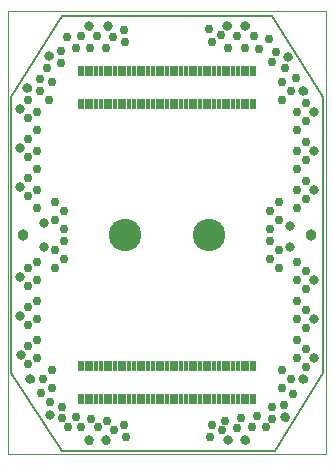
<source format=gts>
G75*
%MOIN*%
%OFA0B0*%
%FSLAX25Y25*%
%IPPOS*%
%LPD*%
%AMOC8*
5,1,8,0,0,1.08239X$1,22.5*
%
%ADD10C,0.00000*%
%ADD11C,0.03162*%
%ADD12C,0.00500*%
%ADD13C,0.10800*%
%ADD14R,0.01627X0.03556*%
%ADD15R,0.02099X0.03556*%
%ADD16C,0.02981*%
%ADD17C,0.03800*%
D10*
X0007000Y0008000D02*
X0007000Y0155701D01*
X0112921Y0155701D01*
X0112921Y0008000D01*
X0007000Y0008000D01*
X0019819Y0021100D02*
X0019821Y0021169D01*
X0019827Y0021237D01*
X0019837Y0021305D01*
X0019851Y0021372D01*
X0019869Y0021439D01*
X0019890Y0021504D01*
X0019916Y0021568D01*
X0019945Y0021630D01*
X0019977Y0021690D01*
X0020013Y0021749D01*
X0020053Y0021805D01*
X0020095Y0021859D01*
X0020141Y0021910D01*
X0020190Y0021959D01*
X0020241Y0022005D01*
X0020295Y0022047D01*
X0020351Y0022087D01*
X0020409Y0022123D01*
X0020470Y0022155D01*
X0020532Y0022184D01*
X0020596Y0022210D01*
X0020661Y0022231D01*
X0020728Y0022249D01*
X0020795Y0022263D01*
X0020863Y0022273D01*
X0020931Y0022279D01*
X0021000Y0022281D01*
X0021069Y0022279D01*
X0021137Y0022273D01*
X0021205Y0022263D01*
X0021272Y0022249D01*
X0021339Y0022231D01*
X0021404Y0022210D01*
X0021468Y0022184D01*
X0021530Y0022155D01*
X0021590Y0022123D01*
X0021649Y0022087D01*
X0021705Y0022047D01*
X0021759Y0022005D01*
X0021810Y0021959D01*
X0021859Y0021910D01*
X0021905Y0021859D01*
X0021947Y0021805D01*
X0021987Y0021749D01*
X0022023Y0021690D01*
X0022055Y0021630D01*
X0022084Y0021568D01*
X0022110Y0021504D01*
X0022131Y0021439D01*
X0022149Y0021372D01*
X0022163Y0021305D01*
X0022173Y0021237D01*
X0022179Y0021169D01*
X0022181Y0021100D01*
X0022179Y0021031D01*
X0022173Y0020963D01*
X0022163Y0020895D01*
X0022149Y0020828D01*
X0022131Y0020761D01*
X0022110Y0020696D01*
X0022084Y0020632D01*
X0022055Y0020570D01*
X0022023Y0020509D01*
X0021987Y0020451D01*
X0021947Y0020395D01*
X0021905Y0020341D01*
X0021859Y0020290D01*
X0021810Y0020241D01*
X0021759Y0020195D01*
X0021705Y0020153D01*
X0021649Y0020113D01*
X0021591Y0020077D01*
X0021530Y0020045D01*
X0021468Y0020016D01*
X0021404Y0019990D01*
X0021339Y0019969D01*
X0021272Y0019951D01*
X0021205Y0019937D01*
X0021137Y0019927D01*
X0021069Y0019921D01*
X0021000Y0019919D01*
X0020931Y0019921D01*
X0020863Y0019927D01*
X0020795Y0019937D01*
X0020728Y0019951D01*
X0020661Y0019969D01*
X0020596Y0019990D01*
X0020532Y0020016D01*
X0020470Y0020045D01*
X0020409Y0020077D01*
X0020351Y0020113D01*
X0020295Y0020153D01*
X0020241Y0020195D01*
X0020190Y0020241D01*
X0020141Y0020290D01*
X0020095Y0020341D01*
X0020053Y0020395D01*
X0020013Y0020451D01*
X0019977Y0020509D01*
X0019945Y0020570D01*
X0019916Y0020632D01*
X0019890Y0020696D01*
X0019869Y0020761D01*
X0019851Y0020828D01*
X0019837Y0020895D01*
X0019827Y0020963D01*
X0019821Y0021031D01*
X0019819Y0021100D01*
X0013319Y0033000D02*
X0013321Y0033069D01*
X0013327Y0033137D01*
X0013337Y0033205D01*
X0013351Y0033272D01*
X0013369Y0033339D01*
X0013390Y0033404D01*
X0013416Y0033468D01*
X0013445Y0033530D01*
X0013477Y0033590D01*
X0013513Y0033649D01*
X0013553Y0033705D01*
X0013595Y0033759D01*
X0013641Y0033810D01*
X0013690Y0033859D01*
X0013741Y0033905D01*
X0013795Y0033947D01*
X0013851Y0033987D01*
X0013909Y0034023D01*
X0013970Y0034055D01*
X0014032Y0034084D01*
X0014096Y0034110D01*
X0014161Y0034131D01*
X0014228Y0034149D01*
X0014295Y0034163D01*
X0014363Y0034173D01*
X0014431Y0034179D01*
X0014500Y0034181D01*
X0014569Y0034179D01*
X0014637Y0034173D01*
X0014705Y0034163D01*
X0014772Y0034149D01*
X0014839Y0034131D01*
X0014904Y0034110D01*
X0014968Y0034084D01*
X0015030Y0034055D01*
X0015090Y0034023D01*
X0015149Y0033987D01*
X0015205Y0033947D01*
X0015259Y0033905D01*
X0015310Y0033859D01*
X0015359Y0033810D01*
X0015405Y0033759D01*
X0015447Y0033705D01*
X0015487Y0033649D01*
X0015523Y0033590D01*
X0015555Y0033530D01*
X0015584Y0033468D01*
X0015610Y0033404D01*
X0015631Y0033339D01*
X0015649Y0033272D01*
X0015663Y0033205D01*
X0015673Y0033137D01*
X0015679Y0033069D01*
X0015681Y0033000D01*
X0015679Y0032931D01*
X0015673Y0032863D01*
X0015663Y0032795D01*
X0015649Y0032728D01*
X0015631Y0032661D01*
X0015610Y0032596D01*
X0015584Y0032532D01*
X0015555Y0032470D01*
X0015523Y0032409D01*
X0015487Y0032351D01*
X0015447Y0032295D01*
X0015405Y0032241D01*
X0015359Y0032190D01*
X0015310Y0032141D01*
X0015259Y0032095D01*
X0015205Y0032053D01*
X0015149Y0032013D01*
X0015091Y0031977D01*
X0015030Y0031945D01*
X0014968Y0031916D01*
X0014904Y0031890D01*
X0014839Y0031869D01*
X0014772Y0031851D01*
X0014705Y0031837D01*
X0014637Y0031827D01*
X0014569Y0031821D01*
X0014500Y0031819D01*
X0014431Y0031821D01*
X0014363Y0031827D01*
X0014295Y0031837D01*
X0014228Y0031851D01*
X0014161Y0031869D01*
X0014096Y0031890D01*
X0014032Y0031916D01*
X0013970Y0031945D01*
X0013909Y0031977D01*
X0013851Y0032013D01*
X0013795Y0032053D01*
X0013741Y0032095D01*
X0013690Y0032141D01*
X0013641Y0032190D01*
X0013595Y0032241D01*
X0013553Y0032295D01*
X0013513Y0032351D01*
X0013477Y0032409D01*
X0013445Y0032470D01*
X0013416Y0032532D01*
X0013390Y0032596D01*
X0013369Y0032661D01*
X0013351Y0032728D01*
X0013337Y0032795D01*
X0013327Y0032863D01*
X0013321Y0032931D01*
X0013319Y0033000D01*
X0010019Y0041100D02*
X0010021Y0041169D01*
X0010027Y0041237D01*
X0010037Y0041305D01*
X0010051Y0041372D01*
X0010069Y0041439D01*
X0010090Y0041504D01*
X0010116Y0041568D01*
X0010145Y0041630D01*
X0010177Y0041690D01*
X0010213Y0041749D01*
X0010253Y0041805D01*
X0010295Y0041859D01*
X0010341Y0041910D01*
X0010390Y0041959D01*
X0010441Y0042005D01*
X0010495Y0042047D01*
X0010551Y0042087D01*
X0010609Y0042123D01*
X0010670Y0042155D01*
X0010732Y0042184D01*
X0010796Y0042210D01*
X0010861Y0042231D01*
X0010928Y0042249D01*
X0010995Y0042263D01*
X0011063Y0042273D01*
X0011131Y0042279D01*
X0011200Y0042281D01*
X0011269Y0042279D01*
X0011337Y0042273D01*
X0011405Y0042263D01*
X0011472Y0042249D01*
X0011539Y0042231D01*
X0011604Y0042210D01*
X0011668Y0042184D01*
X0011730Y0042155D01*
X0011790Y0042123D01*
X0011849Y0042087D01*
X0011905Y0042047D01*
X0011959Y0042005D01*
X0012010Y0041959D01*
X0012059Y0041910D01*
X0012105Y0041859D01*
X0012147Y0041805D01*
X0012187Y0041749D01*
X0012223Y0041690D01*
X0012255Y0041630D01*
X0012284Y0041568D01*
X0012310Y0041504D01*
X0012331Y0041439D01*
X0012349Y0041372D01*
X0012363Y0041305D01*
X0012373Y0041237D01*
X0012379Y0041169D01*
X0012381Y0041100D01*
X0012379Y0041031D01*
X0012373Y0040963D01*
X0012363Y0040895D01*
X0012349Y0040828D01*
X0012331Y0040761D01*
X0012310Y0040696D01*
X0012284Y0040632D01*
X0012255Y0040570D01*
X0012223Y0040509D01*
X0012187Y0040451D01*
X0012147Y0040395D01*
X0012105Y0040341D01*
X0012059Y0040290D01*
X0012010Y0040241D01*
X0011959Y0040195D01*
X0011905Y0040153D01*
X0011849Y0040113D01*
X0011791Y0040077D01*
X0011730Y0040045D01*
X0011668Y0040016D01*
X0011604Y0039990D01*
X0011539Y0039969D01*
X0011472Y0039951D01*
X0011405Y0039937D01*
X0011337Y0039927D01*
X0011269Y0039921D01*
X0011200Y0039919D01*
X0011131Y0039921D01*
X0011063Y0039927D01*
X0010995Y0039937D01*
X0010928Y0039951D01*
X0010861Y0039969D01*
X0010796Y0039990D01*
X0010732Y0040016D01*
X0010670Y0040045D01*
X0010609Y0040077D01*
X0010551Y0040113D01*
X0010495Y0040153D01*
X0010441Y0040195D01*
X0010390Y0040241D01*
X0010341Y0040290D01*
X0010295Y0040341D01*
X0010253Y0040395D01*
X0010213Y0040451D01*
X0010177Y0040509D01*
X0010145Y0040570D01*
X0010116Y0040632D01*
X0010090Y0040696D01*
X0010069Y0040761D01*
X0010051Y0040828D01*
X0010037Y0040895D01*
X0010027Y0040963D01*
X0010021Y0041031D01*
X0010019Y0041100D01*
X0009819Y0054000D02*
X0009821Y0054069D01*
X0009827Y0054137D01*
X0009837Y0054205D01*
X0009851Y0054272D01*
X0009869Y0054339D01*
X0009890Y0054404D01*
X0009916Y0054468D01*
X0009945Y0054530D01*
X0009977Y0054590D01*
X0010013Y0054649D01*
X0010053Y0054705D01*
X0010095Y0054759D01*
X0010141Y0054810D01*
X0010190Y0054859D01*
X0010241Y0054905D01*
X0010295Y0054947D01*
X0010351Y0054987D01*
X0010409Y0055023D01*
X0010470Y0055055D01*
X0010532Y0055084D01*
X0010596Y0055110D01*
X0010661Y0055131D01*
X0010728Y0055149D01*
X0010795Y0055163D01*
X0010863Y0055173D01*
X0010931Y0055179D01*
X0011000Y0055181D01*
X0011069Y0055179D01*
X0011137Y0055173D01*
X0011205Y0055163D01*
X0011272Y0055149D01*
X0011339Y0055131D01*
X0011404Y0055110D01*
X0011468Y0055084D01*
X0011530Y0055055D01*
X0011590Y0055023D01*
X0011649Y0054987D01*
X0011705Y0054947D01*
X0011759Y0054905D01*
X0011810Y0054859D01*
X0011859Y0054810D01*
X0011905Y0054759D01*
X0011947Y0054705D01*
X0011987Y0054649D01*
X0012023Y0054590D01*
X0012055Y0054530D01*
X0012084Y0054468D01*
X0012110Y0054404D01*
X0012131Y0054339D01*
X0012149Y0054272D01*
X0012163Y0054205D01*
X0012173Y0054137D01*
X0012179Y0054069D01*
X0012181Y0054000D01*
X0012179Y0053931D01*
X0012173Y0053863D01*
X0012163Y0053795D01*
X0012149Y0053728D01*
X0012131Y0053661D01*
X0012110Y0053596D01*
X0012084Y0053532D01*
X0012055Y0053470D01*
X0012023Y0053409D01*
X0011987Y0053351D01*
X0011947Y0053295D01*
X0011905Y0053241D01*
X0011859Y0053190D01*
X0011810Y0053141D01*
X0011759Y0053095D01*
X0011705Y0053053D01*
X0011649Y0053013D01*
X0011591Y0052977D01*
X0011530Y0052945D01*
X0011468Y0052916D01*
X0011404Y0052890D01*
X0011339Y0052869D01*
X0011272Y0052851D01*
X0011205Y0052837D01*
X0011137Y0052827D01*
X0011069Y0052821D01*
X0011000Y0052819D01*
X0010931Y0052821D01*
X0010863Y0052827D01*
X0010795Y0052837D01*
X0010728Y0052851D01*
X0010661Y0052869D01*
X0010596Y0052890D01*
X0010532Y0052916D01*
X0010470Y0052945D01*
X0010409Y0052977D01*
X0010351Y0053013D01*
X0010295Y0053053D01*
X0010241Y0053095D01*
X0010190Y0053141D01*
X0010141Y0053190D01*
X0010095Y0053241D01*
X0010053Y0053295D01*
X0010013Y0053351D01*
X0009977Y0053409D01*
X0009945Y0053470D01*
X0009916Y0053532D01*
X0009890Y0053596D01*
X0009869Y0053661D01*
X0009851Y0053728D01*
X0009837Y0053795D01*
X0009827Y0053863D01*
X0009821Y0053931D01*
X0009819Y0054000D01*
X0009819Y0067000D02*
X0009821Y0067069D01*
X0009827Y0067137D01*
X0009837Y0067205D01*
X0009851Y0067272D01*
X0009869Y0067339D01*
X0009890Y0067404D01*
X0009916Y0067468D01*
X0009945Y0067530D01*
X0009977Y0067590D01*
X0010013Y0067649D01*
X0010053Y0067705D01*
X0010095Y0067759D01*
X0010141Y0067810D01*
X0010190Y0067859D01*
X0010241Y0067905D01*
X0010295Y0067947D01*
X0010351Y0067987D01*
X0010409Y0068023D01*
X0010470Y0068055D01*
X0010532Y0068084D01*
X0010596Y0068110D01*
X0010661Y0068131D01*
X0010728Y0068149D01*
X0010795Y0068163D01*
X0010863Y0068173D01*
X0010931Y0068179D01*
X0011000Y0068181D01*
X0011069Y0068179D01*
X0011137Y0068173D01*
X0011205Y0068163D01*
X0011272Y0068149D01*
X0011339Y0068131D01*
X0011404Y0068110D01*
X0011468Y0068084D01*
X0011530Y0068055D01*
X0011590Y0068023D01*
X0011649Y0067987D01*
X0011705Y0067947D01*
X0011759Y0067905D01*
X0011810Y0067859D01*
X0011859Y0067810D01*
X0011905Y0067759D01*
X0011947Y0067705D01*
X0011987Y0067649D01*
X0012023Y0067590D01*
X0012055Y0067530D01*
X0012084Y0067468D01*
X0012110Y0067404D01*
X0012131Y0067339D01*
X0012149Y0067272D01*
X0012163Y0067205D01*
X0012173Y0067137D01*
X0012179Y0067069D01*
X0012181Y0067000D01*
X0012179Y0066931D01*
X0012173Y0066863D01*
X0012163Y0066795D01*
X0012149Y0066728D01*
X0012131Y0066661D01*
X0012110Y0066596D01*
X0012084Y0066532D01*
X0012055Y0066470D01*
X0012023Y0066409D01*
X0011987Y0066351D01*
X0011947Y0066295D01*
X0011905Y0066241D01*
X0011859Y0066190D01*
X0011810Y0066141D01*
X0011759Y0066095D01*
X0011705Y0066053D01*
X0011649Y0066013D01*
X0011591Y0065977D01*
X0011530Y0065945D01*
X0011468Y0065916D01*
X0011404Y0065890D01*
X0011339Y0065869D01*
X0011272Y0065851D01*
X0011205Y0065837D01*
X0011137Y0065827D01*
X0011069Y0065821D01*
X0011000Y0065819D01*
X0010931Y0065821D01*
X0010863Y0065827D01*
X0010795Y0065837D01*
X0010728Y0065851D01*
X0010661Y0065869D01*
X0010596Y0065890D01*
X0010532Y0065916D01*
X0010470Y0065945D01*
X0010409Y0065977D01*
X0010351Y0066013D01*
X0010295Y0066053D01*
X0010241Y0066095D01*
X0010190Y0066141D01*
X0010141Y0066190D01*
X0010095Y0066241D01*
X0010053Y0066295D01*
X0010013Y0066351D01*
X0009977Y0066409D01*
X0009945Y0066470D01*
X0009916Y0066532D01*
X0009890Y0066596D01*
X0009869Y0066661D01*
X0009851Y0066728D01*
X0009837Y0066795D01*
X0009827Y0066863D01*
X0009821Y0066931D01*
X0009819Y0067000D01*
X0017819Y0077000D02*
X0017821Y0077069D01*
X0017827Y0077137D01*
X0017837Y0077205D01*
X0017851Y0077272D01*
X0017869Y0077339D01*
X0017890Y0077404D01*
X0017916Y0077468D01*
X0017945Y0077530D01*
X0017977Y0077590D01*
X0018013Y0077649D01*
X0018053Y0077705D01*
X0018095Y0077759D01*
X0018141Y0077810D01*
X0018190Y0077859D01*
X0018241Y0077905D01*
X0018295Y0077947D01*
X0018351Y0077987D01*
X0018409Y0078023D01*
X0018470Y0078055D01*
X0018532Y0078084D01*
X0018596Y0078110D01*
X0018661Y0078131D01*
X0018728Y0078149D01*
X0018795Y0078163D01*
X0018863Y0078173D01*
X0018931Y0078179D01*
X0019000Y0078181D01*
X0019069Y0078179D01*
X0019137Y0078173D01*
X0019205Y0078163D01*
X0019272Y0078149D01*
X0019339Y0078131D01*
X0019404Y0078110D01*
X0019468Y0078084D01*
X0019530Y0078055D01*
X0019590Y0078023D01*
X0019649Y0077987D01*
X0019705Y0077947D01*
X0019759Y0077905D01*
X0019810Y0077859D01*
X0019859Y0077810D01*
X0019905Y0077759D01*
X0019947Y0077705D01*
X0019987Y0077649D01*
X0020023Y0077590D01*
X0020055Y0077530D01*
X0020084Y0077468D01*
X0020110Y0077404D01*
X0020131Y0077339D01*
X0020149Y0077272D01*
X0020163Y0077205D01*
X0020173Y0077137D01*
X0020179Y0077069D01*
X0020181Y0077000D01*
X0020179Y0076931D01*
X0020173Y0076863D01*
X0020163Y0076795D01*
X0020149Y0076728D01*
X0020131Y0076661D01*
X0020110Y0076596D01*
X0020084Y0076532D01*
X0020055Y0076470D01*
X0020023Y0076409D01*
X0019987Y0076351D01*
X0019947Y0076295D01*
X0019905Y0076241D01*
X0019859Y0076190D01*
X0019810Y0076141D01*
X0019759Y0076095D01*
X0019705Y0076053D01*
X0019649Y0076013D01*
X0019591Y0075977D01*
X0019530Y0075945D01*
X0019468Y0075916D01*
X0019404Y0075890D01*
X0019339Y0075869D01*
X0019272Y0075851D01*
X0019205Y0075837D01*
X0019137Y0075827D01*
X0019069Y0075821D01*
X0019000Y0075819D01*
X0018931Y0075821D01*
X0018863Y0075827D01*
X0018795Y0075837D01*
X0018728Y0075851D01*
X0018661Y0075869D01*
X0018596Y0075890D01*
X0018532Y0075916D01*
X0018470Y0075945D01*
X0018409Y0075977D01*
X0018351Y0076013D01*
X0018295Y0076053D01*
X0018241Y0076095D01*
X0018190Y0076141D01*
X0018141Y0076190D01*
X0018095Y0076241D01*
X0018053Y0076295D01*
X0018013Y0076351D01*
X0017977Y0076409D01*
X0017945Y0076470D01*
X0017916Y0076532D01*
X0017890Y0076596D01*
X0017869Y0076661D01*
X0017851Y0076728D01*
X0017837Y0076795D01*
X0017827Y0076863D01*
X0017821Y0076931D01*
X0017819Y0077000D01*
X0017819Y0085000D02*
X0017821Y0085069D01*
X0017827Y0085137D01*
X0017837Y0085205D01*
X0017851Y0085272D01*
X0017869Y0085339D01*
X0017890Y0085404D01*
X0017916Y0085468D01*
X0017945Y0085530D01*
X0017977Y0085590D01*
X0018013Y0085649D01*
X0018053Y0085705D01*
X0018095Y0085759D01*
X0018141Y0085810D01*
X0018190Y0085859D01*
X0018241Y0085905D01*
X0018295Y0085947D01*
X0018351Y0085987D01*
X0018409Y0086023D01*
X0018470Y0086055D01*
X0018532Y0086084D01*
X0018596Y0086110D01*
X0018661Y0086131D01*
X0018728Y0086149D01*
X0018795Y0086163D01*
X0018863Y0086173D01*
X0018931Y0086179D01*
X0019000Y0086181D01*
X0019069Y0086179D01*
X0019137Y0086173D01*
X0019205Y0086163D01*
X0019272Y0086149D01*
X0019339Y0086131D01*
X0019404Y0086110D01*
X0019468Y0086084D01*
X0019530Y0086055D01*
X0019590Y0086023D01*
X0019649Y0085987D01*
X0019705Y0085947D01*
X0019759Y0085905D01*
X0019810Y0085859D01*
X0019859Y0085810D01*
X0019905Y0085759D01*
X0019947Y0085705D01*
X0019987Y0085649D01*
X0020023Y0085590D01*
X0020055Y0085530D01*
X0020084Y0085468D01*
X0020110Y0085404D01*
X0020131Y0085339D01*
X0020149Y0085272D01*
X0020163Y0085205D01*
X0020173Y0085137D01*
X0020179Y0085069D01*
X0020181Y0085000D01*
X0020179Y0084931D01*
X0020173Y0084863D01*
X0020163Y0084795D01*
X0020149Y0084728D01*
X0020131Y0084661D01*
X0020110Y0084596D01*
X0020084Y0084532D01*
X0020055Y0084470D01*
X0020023Y0084409D01*
X0019987Y0084351D01*
X0019947Y0084295D01*
X0019905Y0084241D01*
X0019859Y0084190D01*
X0019810Y0084141D01*
X0019759Y0084095D01*
X0019705Y0084053D01*
X0019649Y0084013D01*
X0019591Y0083977D01*
X0019530Y0083945D01*
X0019468Y0083916D01*
X0019404Y0083890D01*
X0019339Y0083869D01*
X0019272Y0083851D01*
X0019205Y0083837D01*
X0019137Y0083827D01*
X0019069Y0083821D01*
X0019000Y0083819D01*
X0018931Y0083821D01*
X0018863Y0083827D01*
X0018795Y0083837D01*
X0018728Y0083851D01*
X0018661Y0083869D01*
X0018596Y0083890D01*
X0018532Y0083916D01*
X0018470Y0083945D01*
X0018409Y0083977D01*
X0018351Y0084013D01*
X0018295Y0084053D01*
X0018241Y0084095D01*
X0018190Y0084141D01*
X0018141Y0084190D01*
X0018095Y0084241D01*
X0018053Y0084295D01*
X0018013Y0084351D01*
X0017977Y0084409D01*
X0017945Y0084470D01*
X0017916Y0084532D01*
X0017890Y0084596D01*
X0017869Y0084661D01*
X0017851Y0084728D01*
X0017837Y0084795D01*
X0017827Y0084863D01*
X0017821Y0084931D01*
X0017819Y0085000D01*
X0009819Y0097000D02*
X0009821Y0097069D01*
X0009827Y0097137D01*
X0009837Y0097205D01*
X0009851Y0097272D01*
X0009869Y0097339D01*
X0009890Y0097404D01*
X0009916Y0097468D01*
X0009945Y0097530D01*
X0009977Y0097590D01*
X0010013Y0097649D01*
X0010053Y0097705D01*
X0010095Y0097759D01*
X0010141Y0097810D01*
X0010190Y0097859D01*
X0010241Y0097905D01*
X0010295Y0097947D01*
X0010351Y0097987D01*
X0010409Y0098023D01*
X0010470Y0098055D01*
X0010532Y0098084D01*
X0010596Y0098110D01*
X0010661Y0098131D01*
X0010728Y0098149D01*
X0010795Y0098163D01*
X0010863Y0098173D01*
X0010931Y0098179D01*
X0011000Y0098181D01*
X0011069Y0098179D01*
X0011137Y0098173D01*
X0011205Y0098163D01*
X0011272Y0098149D01*
X0011339Y0098131D01*
X0011404Y0098110D01*
X0011468Y0098084D01*
X0011530Y0098055D01*
X0011590Y0098023D01*
X0011649Y0097987D01*
X0011705Y0097947D01*
X0011759Y0097905D01*
X0011810Y0097859D01*
X0011859Y0097810D01*
X0011905Y0097759D01*
X0011947Y0097705D01*
X0011987Y0097649D01*
X0012023Y0097590D01*
X0012055Y0097530D01*
X0012084Y0097468D01*
X0012110Y0097404D01*
X0012131Y0097339D01*
X0012149Y0097272D01*
X0012163Y0097205D01*
X0012173Y0097137D01*
X0012179Y0097069D01*
X0012181Y0097000D01*
X0012179Y0096931D01*
X0012173Y0096863D01*
X0012163Y0096795D01*
X0012149Y0096728D01*
X0012131Y0096661D01*
X0012110Y0096596D01*
X0012084Y0096532D01*
X0012055Y0096470D01*
X0012023Y0096409D01*
X0011987Y0096351D01*
X0011947Y0096295D01*
X0011905Y0096241D01*
X0011859Y0096190D01*
X0011810Y0096141D01*
X0011759Y0096095D01*
X0011705Y0096053D01*
X0011649Y0096013D01*
X0011591Y0095977D01*
X0011530Y0095945D01*
X0011468Y0095916D01*
X0011404Y0095890D01*
X0011339Y0095869D01*
X0011272Y0095851D01*
X0011205Y0095837D01*
X0011137Y0095827D01*
X0011069Y0095821D01*
X0011000Y0095819D01*
X0010931Y0095821D01*
X0010863Y0095827D01*
X0010795Y0095837D01*
X0010728Y0095851D01*
X0010661Y0095869D01*
X0010596Y0095890D01*
X0010532Y0095916D01*
X0010470Y0095945D01*
X0010409Y0095977D01*
X0010351Y0096013D01*
X0010295Y0096053D01*
X0010241Y0096095D01*
X0010190Y0096141D01*
X0010141Y0096190D01*
X0010095Y0096241D01*
X0010053Y0096295D01*
X0010013Y0096351D01*
X0009977Y0096409D01*
X0009945Y0096470D01*
X0009916Y0096532D01*
X0009890Y0096596D01*
X0009869Y0096661D01*
X0009851Y0096728D01*
X0009837Y0096795D01*
X0009827Y0096863D01*
X0009821Y0096931D01*
X0009819Y0097000D01*
X0009819Y0110000D02*
X0009821Y0110069D01*
X0009827Y0110137D01*
X0009837Y0110205D01*
X0009851Y0110272D01*
X0009869Y0110339D01*
X0009890Y0110404D01*
X0009916Y0110468D01*
X0009945Y0110530D01*
X0009977Y0110590D01*
X0010013Y0110649D01*
X0010053Y0110705D01*
X0010095Y0110759D01*
X0010141Y0110810D01*
X0010190Y0110859D01*
X0010241Y0110905D01*
X0010295Y0110947D01*
X0010351Y0110987D01*
X0010409Y0111023D01*
X0010470Y0111055D01*
X0010532Y0111084D01*
X0010596Y0111110D01*
X0010661Y0111131D01*
X0010728Y0111149D01*
X0010795Y0111163D01*
X0010863Y0111173D01*
X0010931Y0111179D01*
X0011000Y0111181D01*
X0011069Y0111179D01*
X0011137Y0111173D01*
X0011205Y0111163D01*
X0011272Y0111149D01*
X0011339Y0111131D01*
X0011404Y0111110D01*
X0011468Y0111084D01*
X0011530Y0111055D01*
X0011590Y0111023D01*
X0011649Y0110987D01*
X0011705Y0110947D01*
X0011759Y0110905D01*
X0011810Y0110859D01*
X0011859Y0110810D01*
X0011905Y0110759D01*
X0011947Y0110705D01*
X0011987Y0110649D01*
X0012023Y0110590D01*
X0012055Y0110530D01*
X0012084Y0110468D01*
X0012110Y0110404D01*
X0012131Y0110339D01*
X0012149Y0110272D01*
X0012163Y0110205D01*
X0012173Y0110137D01*
X0012179Y0110069D01*
X0012181Y0110000D01*
X0012179Y0109931D01*
X0012173Y0109863D01*
X0012163Y0109795D01*
X0012149Y0109728D01*
X0012131Y0109661D01*
X0012110Y0109596D01*
X0012084Y0109532D01*
X0012055Y0109470D01*
X0012023Y0109409D01*
X0011987Y0109351D01*
X0011947Y0109295D01*
X0011905Y0109241D01*
X0011859Y0109190D01*
X0011810Y0109141D01*
X0011759Y0109095D01*
X0011705Y0109053D01*
X0011649Y0109013D01*
X0011591Y0108977D01*
X0011530Y0108945D01*
X0011468Y0108916D01*
X0011404Y0108890D01*
X0011339Y0108869D01*
X0011272Y0108851D01*
X0011205Y0108837D01*
X0011137Y0108827D01*
X0011069Y0108821D01*
X0011000Y0108819D01*
X0010931Y0108821D01*
X0010863Y0108827D01*
X0010795Y0108837D01*
X0010728Y0108851D01*
X0010661Y0108869D01*
X0010596Y0108890D01*
X0010532Y0108916D01*
X0010470Y0108945D01*
X0010409Y0108977D01*
X0010351Y0109013D01*
X0010295Y0109053D01*
X0010241Y0109095D01*
X0010190Y0109141D01*
X0010141Y0109190D01*
X0010095Y0109241D01*
X0010053Y0109295D01*
X0010013Y0109351D01*
X0009977Y0109409D01*
X0009945Y0109470D01*
X0009916Y0109532D01*
X0009890Y0109596D01*
X0009869Y0109661D01*
X0009851Y0109728D01*
X0009837Y0109795D01*
X0009827Y0109863D01*
X0009821Y0109931D01*
X0009819Y0110000D01*
X0009819Y0123000D02*
X0009821Y0123069D01*
X0009827Y0123137D01*
X0009837Y0123205D01*
X0009851Y0123272D01*
X0009869Y0123339D01*
X0009890Y0123404D01*
X0009916Y0123468D01*
X0009945Y0123530D01*
X0009977Y0123590D01*
X0010013Y0123649D01*
X0010053Y0123705D01*
X0010095Y0123759D01*
X0010141Y0123810D01*
X0010190Y0123859D01*
X0010241Y0123905D01*
X0010295Y0123947D01*
X0010351Y0123987D01*
X0010409Y0124023D01*
X0010470Y0124055D01*
X0010532Y0124084D01*
X0010596Y0124110D01*
X0010661Y0124131D01*
X0010728Y0124149D01*
X0010795Y0124163D01*
X0010863Y0124173D01*
X0010931Y0124179D01*
X0011000Y0124181D01*
X0011069Y0124179D01*
X0011137Y0124173D01*
X0011205Y0124163D01*
X0011272Y0124149D01*
X0011339Y0124131D01*
X0011404Y0124110D01*
X0011468Y0124084D01*
X0011530Y0124055D01*
X0011590Y0124023D01*
X0011649Y0123987D01*
X0011705Y0123947D01*
X0011759Y0123905D01*
X0011810Y0123859D01*
X0011859Y0123810D01*
X0011905Y0123759D01*
X0011947Y0123705D01*
X0011987Y0123649D01*
X0012023Y0123590D01*
X0012055Y0123530D01*
X0012084Y0123468D01*
X0012110Y0123404D01*
X0012131Y0123339D01*
X0012149Y0123272D01*
X0012163Y0123205D01*
X0012173Y0123137D01*
X0012179Y0123069D01*
X0012181Y0123000D01*
X0012179Y0122931D01*
X0012173Y0122863D01*
X0012163Y0122795D01*
X0012149Y0122728D01*
X0012131Y0122661D01*
X0012110Y0122596D01*
X0012084Y0122532D01*
X0012055Y0122470D01*
X0012023Y0122409D01*
X0011987Y0122351D01*
X0011947Y0122295D01*
X0011905Y0122241D01*
X0011859Y0122190D01*
X0011810Y0122141D01*
X0011759Y0122095D01*
X0011705Y0122053D01*
X0011649Y0122013D01*
X0011591Y0121977D01*
X0011530Y0121945D01*
X0011468Y0121916D01*
X0011404Y0121890D01*
X0011339Y0121869D01*
X0011272Y0121851D01*
X0011205Y0121837D01*
X0011137Y0121827D01*
X0011069Y0121821D01*
X0011000Y0121819D01*
X0010931Y0121821D01*
X0010863Y0121827D01*
X0010795Y0121837D01*
X0010728Y0121851D01*
X0010661Y0121869D01*
X0010596Y0121890D01*
X0010532Y0121916D01*
X0010470Y0121945D01*
X0010409Y0121977D01*
X0010351Y0122013D01*
X0010295Y0122053D01*
X0010241Y0122095D01*
X0010190Y0122141D01*
X0010141Y0122190D01*
X0010095Y0122241D01*
X0010053Y0122295D01*
X0010013Y0122351D01*
X0009977Y0122409D01*
X0009945Y0122470D01*
X0009916Y0122532D01*
X0009890Y0122596D01*
X0009869Y0122661D01*
X0009851Y0122728D01*
X0009837Y0122795D01*
X0009827Y0122863D01*
X0009821Y0122931D01*
X0009819Y0123000D01*
X0012319Y0130000D02*
X0012321Y0130069D01*
X0012327Y0130137D01*
X0012337Y0130205D01*
X0012351Y0130272D01*
X0012369Y0130339D01*
X0012390Y0130404D01*
X0012416Y0130468D01*
X0012445Y0130530D01*
X0012477Y0130590D01*
X0012513Y0130649D01*
X0012553Y0130705D01*
X0012595Y0130759D01*
X0012641Y0130810D01*
X0012690Y0130859D01*
X0012741Y0130905D01*
X0012795Y0130947D01*
X0012851Y0130987D01*
X0012909Y0131023D01*
X0012970Y0131055D01*
X0013032Y0131084D01*
X0013096Y0131110D01*
X0013161Y0131131D01*
X0013228Y0131149D01*
X0013295Y0131163D01*
X0013363Y0131173D01*
X0013431Y0131179D01*
X0013500Y0131181D01*
X0013569Y0131179D01*
X0013637Y0131173D01*
X0013705Y0131163D01*
X0013772Y0131149D01*
X0013839Y0131131D01*
X0013904Y0131110D01*
X0013968Y0131084D01*
X0014030Y0131055D01*
X0014090Y0131023D01*
X0014149Y0130987D01*
X0014205Y0130947D01*
X0014259Y0130905D01*
X0014310Y0130859D01*
X0014359Y0130810D01*
X0014405Y0130759D01*
X0014447Y0130705D01*
X0014487Y0130649D01*
X0014523Y0130590D01*
X0014555Y0130530D01*
X0014584Y0130468D01*
X0014610Y0130404D01*
X0014631Y0130339D01*
X0014649Y0130272D01*
X0014663Y0130205D01*
X0014673Y0130137D01*
X0014679Y0130069D01*
X0014681Y0130000D01*
X0014679Y0129931D01*
X0014673Y0129863D01*
X0014663Y0129795D01*
X0014649Y0129728D01*
X0014631Y0129661D01*
X0014610Y0129596D01*
X0014584Y0129532D01*
X0014555Y0129470D01*
X0014523Y0129409D01*
X0014487Y0129351D01*
X0014447Y0129295D01*
X0014405Y0129241D01*
X0014359Y0129190D01*
X0014310Y0129141D01*
X0014259Y0129095D01*
X0014205Y0129053D01*
X0014149Y0129013D01*
X0014091Y0128977D01*
X0014030Y0128945D01*
X0013968Y0128916D01*
X0013904Y0128890D01*
X0013839Y0128869D01*
X0013772Y0128851D01*
X0013705Y0128837D01*
X0013637Y0128827D01*
X0013569Y0128821D01*
X0013500Y0128819D01*
X0013431Y0128821D01*
X0013363Y0128827D01*
X0013295Y0128837D01*
X0013228Y0128851D01*
X0013161Y0128869D01*
X0013096Y0128890D01*
X0013032Y0128916D01*
X0012970Y0128945D01*
X0012909Y0128977D01*
X0012851Y0129013D01*
X0012795Y0129053D01*
X0012741Y0129095D01*
X0012690Y0129141D01*
X0012641Y0129190D01*
X0012595Y0129241D01*
X0012553Y0129295D01*
X0012513Y0129351D01*
X0012477Y0129409D01*
X0012445Y0129470D01*
X0012416Y0129532D01*
X0012390Y0129596D01*
X0012369Y0129661D01*
X0012351Y0129728D01*
X0012337Y0129795D01*
X0012327Y0129863D01*
X0012321Y0129931D01*
X0012319Y0130000D01*
X0019619Y0140800D02*
X0019621Y0140869D01*
X0019627Y0140937D01*
X0019637Y0141005D01*
X0019651Y0141072D01*
X0019669Y0141139D01*
X0019690Y0141204D01*
X0019716Y0141268D01*
X0019745Y0141330D01*
X0019777Y0141390D01*
X0019813Y0141449D01*
X0019853Y0141505D01*
X0019895Y0141559D01*
X0019941Y0141610D01*
X0019990Y0141659D01*
X0020041Y0141705D01*
X0020095Y0141747D01*
X0020151Y0141787D01*
X0020209Y0141823D01*
X0020270Y0141855D01*
X0020332Y0141884D01*
X0020396Y0141910D01*
X0020461Y0141931D01*
X0020528Y0141949D01*
X0020595Y0141963D01*
X0020663Y0141973D01*
X0020731Y0141979D01*
X0020800Y0141981D01*
X0020869Y0141979D01*
X0020937Y0141973D01*
X0021005Y0141963D01*
X0021072Y0141949D01*
X0021139Y0141931D01*
X0021204Y0141910D01*
X0021268Y0141884D01*
X0021330Y0141855D01*
X0021390Y0141823D01*
X0021449Y0141787D01*
X0021505Y0141747D01*
X0021559Y0141705D01*
X0021610Y0141659D01*
X0021659Y0141610D01*
X0021705Y0141559D01*
X0021747Y0141505D01*
X0021787Y0141449D01*
X0021823Y0141390D01*
X0021855Y0141330D01*
X0021884Y0141268D01*
X0021910Y0141204D01*
X0021931Y0141139D01*
X0021949Y0141072D01*
X0021963Y0141005D01*
X0021973Y0140937D01*
X0021979Y0140869D01*
X0021981Y0140800D01*
X0021979Y0140731D01*
X0021973Y0140663D01*
X0021963Y0140595D01*
X0021949Y0140528D01*
X0021931Y0140461D01*
X0021910Y0140396D01*
X0021884Y0140332D01*
X0021855Y0140270D01*
X0021823Y0140209D01*
X0021787Y0140151D01*
X0021747Y0140095D01*
X0021705Y0140041D01*
X0021659Y0139990D01*
X0021610Y0139941D01*
X0021559Y0139895D01*
X0021505Y0139853D01*
X0021449Y0139813D01*
X0021391Y0139777D01*
X0021330Y0139745D01*
X0021268Y0139716D01*
X0021204Y0139690D01*
X0021139Y0139669D01*
X0021072Y0139651D01*
X0021005Y0139637D01*
X0020937Y0139627D01*
X0020869Y0139621D01*
X0020800Y0139619D01*
X0020731Y0139621D01*
X0020663Y0139627D01*
X0020595Y0139637D01*
X0020528Y0139651D01*
X0020461Y0139669D01*
X0020396Y0139690D01*
X0020332Y0139716D01*
X0020270Y0139745D01*
X0020209Y0139777D01*
X0020151Y0139813D01*
X0020095Y0139853D01*
X0020041Y0139895D01*
X0019990Y0139941D01*
X0019941Y0139990D01*
X0019895Y0140041D01*
X0019853Y0140095D01*
X0019813Y0140151D01*
X0019777Y0140209D01*
X0019745Y0140270D01*
X0019716Y0140332D01*
X0019690Y0140396D01*
X0019669Y0140461D01*
X0019651Y0140528D01*
X0019637Y0140595D01*
X0019627Y0140663D01*
X0019621Y0140731D01*
X0019619Y0140800D01*
X0032719Y0150600D02*
X0032721Y0150669D01*
X0032727Y0150737D01*
X0032737Y0150805D01*
X0032751Y0150872D01*
X0032769Y0150939D01*
X0032790Y0151004D01*
X0032816Y0151068D01*
X0032845Y0151130D01*
X0032877Y0151190D01*
X0032913Y0151249D01*
X0032953Y0151305D01*
X0032995Y0151359D01*
X0033041Y0151410D01*
X0033090Y0151459D01*
X0033141Y0151505D01*
X0033195Y0151547D01*
X0033251Y0151587D01*
X0033309Y0151623D01*
X0033370Y0151655D01*
X0033432Y0151684D01*
X0033496Y0151710D01*
X0033561Y0151731D01*
X0033628Y0151749D01*
X0033695Y0151763D01*
X0033763Y0151773D01*
X0033831Y0151779D01*
X0033900Y0151781D01*
X0033969Y0151779D01*
X0034037Y0151773D01*
X0034105Y0151763D01*
X0034172Y0151749D01*
X0034239Y0151731D01*
X0034304Y0151710D01*
X0034368Y0151684D01*
X0034430Y0151655D01*
X0034490Y0151623D01*
X0034549Y0151587D01*
X0034605Y0151547D01*
X0034659Y0151505D01*
X0034710Y0151459D01*
X0034759Y0151410D01*
X0034805Y0151359D01*
X0034847Y0151305D01*
X0034887Y0151249D01*
X0034923Y0151190D01*
X0034955Y0151130D01*
X0034984Y0151068D01*
X0035010Y0151004D01*
X0035031Y0150939D01*
X0035049Y0150872D01*
X0035063Y0150805D01*
X0035073Y0150737D01*
X0035079Y0150669D01*
X0035081Y0150600D01*
X0035079Y0150531D01*
X0035073Y0150463D01*
X0035063Y0150395D01*
X0035049Y0150328D01*
X0035031Y0150261D01*
X0035010Y0150196D01*
X0034984Y0150132D01*
X0034955Y0150070D01*
X0034923Y0150009D01*
X0034887Y0149951D01*
X0034847Y0149895D01*
X0034805Y0149841D01*
X0034759Y0149790D01*
X0034710Y0149741D01*
X0034659Y0149695D01*
X0034605Y0149653D01*
X0034549Y0149613D01*
X0034491Y0149577D01*
X0034430Y0149545D01*
X0034368Y0149516D01*
X0034304Y0149490D01*
X0034239Y0149469D01*
X0034172Y0149451D01*
X0034105Y0149437D01*
X0034037Y0149427D01*
X0033969Y0149421D01*
X0033900Y0149419D01*
X0033831Y0149421D01*
X0033763Y0149427D01*
X0033695Y0149437D01*
X0033628Y0149451D01*
X0033561Y0149469D01*
X0033496Y0149490D01*
X0033432Y0149516D01*
X0033370Y0149545D01*
X0033309Y0149577D01*
X0033251Y0149613D01*
X0033195Y0149653D01*
X0033141Y0149695D01*
X0033090Y0149741D01*
X0033041Y0149790D01*
X0032995Y0149841D01*
X0032953Y0149895D01*
X0032913Y0149951D01*
X0032877Y0150009D01*
X0032845Y0150070D01*
X0032816Y0150132D01*
X0032790Y0150196D01*
X0032769Y0150261D01*
X0032751Y0150328D01*
X0032737Y0150395D01*
X0032727Y0150463D01*
X0032721Y0150531D01*
X0032719Y0150600D01*
X0039019Y0150500D02*
X0039021Y0150569D01*
X0039027Y0150637D01*
X0039037Y0150705D01*
X0039051Y0150772D01*
X0039069Y0150839D01*
X0039090Y0150904D01*
X0039116Y0150968D01*
X0039145Y0151030D01*
X0039177Y0151090D01*
X0039213Y0151149D01*
X0039253Y0151205D01*
X0039295Y0151259D01*
X0039341Y0151310D01*
X0039390Y0151359D01*
X0039441Y0151405D01*
X0039495Y0151447D01*
X0039551Y0151487D01*
X0039609Y0151523D01*
X0039670Y0151555D01*
X0039732Y0151584D01*
X0039796Y0151610D01*
X0039861Y0151631D01*
X0039928Y0151649D01*
X0039995Y0151663D01*
X0040063Y0151673D01*
X0040131Y0151679D01*
X0040200Y0151681D01*
X0040269Y0151679D01*
X0040337Y0151673D01*
X0040405Y0151663D01*
X0040472Y0151649D01*
X0040539Y0151631D01*
X0040604Y0151610D01*
X0040668Y0151584D01*
X0040730Y0151555D01*
X0040790Y0151523D01*
X0040849Y0151487D01*
X0040905Y0151447D01*
X0040959Y0151405D01*
X0041010Y0151359D01*
X0041059Y0151310D01*
X0041105Y0151259D01*
X0041147Y0151205D01*
X0041187Y0151149D01*
X0041223Y0151090D01*
X0041255Y0151030D01*
X0041284Y0150968D01*
X0041310Y0150904D01*
X0041331Y0150839D01*
X0041349Y0150772D01*
X0041363Y0150705D01*
X0041373Y0150637D01*
X0041379Y0150569D01*
X0041381Y0150500D01*
X0041379Y0150431D01*
X0041373Y0150363D01*
X0041363Y0150295D01*
X0041349Y0150228D01*
X0041331Y0150161D01*
X0041310Y0150096D01*
X0041284Y0150032D01*
X0041255Y0149970D01*
X0041223Y0149909D01*
X0041187Y0149851D01*
X0041147Y0149795D01*
X0041105Y0149741D01*
X0041059Y0149690D01*
X0041010Y0149641D01*
X0040959Y0149595D01*
X0040905Y0149553D01*
X0040849Y0149513D01*
X0040791Y0149477D01*
X0040730Y0149445D01*
X0040668Y0149416D01*
X0040604Y0149390D01*
X0040539Y0149369D01*
X0040472Y0149351D01*
X0040405Y0149337D01*
X0040337Y0149327D01*
X0040269Y0149321D01*
X0040200Y0149319D01*
X0040131Y0149321D01*
X0040063Y0149327D01*
X0039995Y0149337D01*
X0039928Y0149351D01*
X0039861Y0149369D01*
X0039796Y0149390D01*
X0039732Y0149416D01*
X0039670Y0149445D01*
X0039609Y0149477D01*
X0039551Y0149513D01*
X0039495Y0149553D01*
X0039441Y0149595D01*
X0039390Y0149641D01*
X0039341Y0149690D01*
X0039295Y0149741D01*
X0039253Y0149795D01*
X0039213Y0149851D01*
X0039177Y0149909D01*
X0039145Y0149970D01*
X0039116Y0150032D01*
X0039090Y0150096D01*
X0039069Y0150161D01*
X0039051Y0150228D01*
X0039037Y0150295D01*
X0039027Y0150363D01*
X0039021Y0150431D01*
X0039019Y0150500D01*
X0078919Y0150800D02*
X0078921Y0150869D01*
X0078927Y0150937D01*
X0078937Y0151005D01*
X0078951Y0151072D01*
X0078969Y0151139D01*
X0078990Y0151204D01*
X0079016Y0151268D01*
X0079045Y0151330D01*
X0079077Y0151390D01*
X0079113Y0151449D01*
X0079153Y0151505D01*
X0079195Y0151559D01*
X0079241Y0151610D01*
X0079290Y0151659D01*
X0079341Y0151705D01*
X0079395Y0151747D01*
X0079451Y0151787D01*
X0079509Y0151823D01*
X0079570Y0151855D01*
X0079632Y0151884D01*
X0079696Y0151910D01*
X0079761Y0151931D01*
X0079828Y0151949D01*
X0079895Y0151963D01*
X0079963Y0151973D01*
X0080031Y0151979D01*
X0080100Y0151981D01*
X0080169Y0151979D01*
X0080237Y0151973D01*
X0080305Y0151963D01*
X0080372Y0151949D01*
X0080439Y0151931D01*
X0080504Y0151910D01*
X0080568Y0151884D01*
X0080630Y0151855D01*
X0080690Y0151823D01*
X0080749Y0151787D01*
X0080805Y0151747D01*
X0080859Y0151705D01*
X0080910Y0151659D01*
X0080959Y0151610D01*
X0081005Y0151559D01*
X0081047Y0151505D01*
X0081087Y0151449D01*
X0081123Y0151390D01*
X0081155Y0151330D01*
X0081184Y0151268D01*
X0081210Y0151204D01*
X0081231Y0151139D01*
X0081249Y0151072D01*
X0081263Y0151005D01*
X0081273Y0150937D01*
X0081279Y0150869D01*
X0081281Y0150800D01*
X0081279Y0150731D01*
X0081273Y0150663D01*
X0081263Y0150595D01*
X0081249Y0150528D01*
X0081231Y0150461D01*
X0081210Y0150396D01*
X0081184Y0150332D01*
X0081155Y0150270D01*
X0081123Y0150209D01*
X0081087Y0150151D01*
X0081047Y0150095D01*
X0081005Y0150041D01*
X0080959Y0149990D01*
X0080910Y0149941D01*
X0080859Y0149895D01*
X0080805Y0149853D01*
X0080749Y0149813D01*
X0080691Y0149777D01*
X0080630Y0149745D01*
X0080568Y0149716D01*
X0080504Y0149690D01*
X0080439Y0149669D01*
X0080372Y0149651D01*
X0080305Y0149637D01*
X0080237Y0149627D01*
X0080169Y0149621D01*
X0080100Y0149619D01*
X0080031Y0149621D01*
X0079963Y0149627D01*
X0079895Y0149637D01*
X0079828Y0149651D01*
X0079761Y0149669D01*
X0079696Y0149690D01*
X0079632Y0149716D01*
X0079570Y0149745D01*
X0079509Y0149777D01*
X0079451Y0149813D01*
X0079395Y0149853D01*
X0079341Y0149895D01*
X0079290Y0149941D01*
X0079241Y0149990D01*
X0079195Y0150041D01*
X0079153Y0150095D01*
X0079113Y0150151D01*
X0079077Y0150209D01*
X0079045Y0150270D01*
X0079016Y0150332D01*
X0078990Y0150396D01*
X0078969Y0150461D01*
X0078951Y0150528D01*
X0078937Y0150595D01*
X0078927Y0150663D01*
X0078921Y0150731D01*
X0078919Y0150800D01*
X0084919Y0150800D02*
X0084921Y0150869D01*
X0084927Y0150937D01*
X0084937Y0151005D01*
X0084951Y0151072D01*
X0084969Y0151139D01*
X0084990Y0151204D01*
X0085016Y0151268D01*
X0085045Y0151330D01*
X0085077Y0151390D01*
X0085113Y0151449D01*
X0085153Y0151505D01*
X0085195Y0151559D01*
X0085241Y0151610D01*
X0085290Y0151659D01*
X0085341Y0151705D01*
X0085395Y0151747D01*
X0085451Y0151787D01*
X0085509Y0151823D01*
X0085570Y0151855D01*
X0085632Y0151884D01*
X0085696Y0151910D01*
X0085761Y0151931D01*
X0085828Y0151949D01*
X0085895Y0151963D01*
X0085963Y0151973D01*
X0086031Y0151979D01*
X0086100Y0151981D01*
X0086169Y0151979D01*
X0086237Y0151973D01*
X0086305Y0151963D01*
X0086372Y0151949D01*
X0086439Y0151931D01*
X0086504Y0151910D01*
X0086568Y0151884D01*
X0086630Y0151855D01*
X0086690Y0151823D01*
X0086749Y0151787D01*
X0086805Y0151747D01*
X0086859Y0151705D01*
X0086910Y0151659D01*
X0086959Y0151610D01*
X0087005Y0151559D01*
X0087047Y0151505D01*
X0087087Y0151449D01*
X0087123Y0151390D01*
X0087155Y0151330D01*
X0087184Y0151268D01*
X0087210Y0151204D01*
X0087231Y0151139D01*
X0087249Y0151072D01*
X0087263Y0151005D01*
X0087273Y0150937D01*
X0087279Y0150869D01*
X0087281Y0150800D01*
X0087279Y0150731D01*
X0087273Y0150663D01*
X0087263Y0150595D01*
X0087249Y0150528D01*
X0087231Y0150461D01*
X0087210Y0150396D01*
X0087184Y0150332D01*
X0087155Y0150270D01*
X0087123Y0150209D01*
X0087087Y0150151D01*
X0087047Y0150095D01*
X0087005Y0150041D01*
X0086959Y0149990D01*
X0086910Y0149941D01*
X0086859Y0149895D01*
X0086805Y0149853D01*
X0086749Y0149813D01*
X0086691Y0149777D01*
X0086630Y0149745D01*
X0086568Y0149716D01*
X0086504Y0149690D01*
X0086439Y0149669D01*
X0086372Y0149651D01*
X0086305Y0149637D01*
X0086237Y0149627D01*
X0086169Y0149621D01*
X0086100Y0149619D01*
X0086031Y0149621D01*
X0085963Y0149627D01*
X0085895Y0149637D01*
X0085828Y0149651D01*
X0085761Y0149669D01*
X0085696Y0149690D01*
X0085632Y0149716D01*
X0085570Y0149745D01*
X0085509Y0149777D01*
X0085451Y0149813D01*
X0085395Y0149853D01*
X0085341Y0149895D01*
X0085290Y0149941D01*
X0085241Y0149990D01*
X0085195Y0150041D01*
X0085153Y0150095D01*
X0085113Y0150151D01*
X0085077Y0150209D01*
X0085045Y0150270D01*
X0085016Y0150332D01*
X0084990Y0150396D01*
X0084969Y0150461D01*
X0084951Y0150528D01*
X0084937Y0150595D01*
X0084927Y0150663D01*
X0084921Y0150731D01*
X0084919Y0150800D01*
X0099219Y0140400D02*
X0099221Y0140469D01*
X0099227Y0140537D01*
X0099237Y0140605D01*
X0099251Y0140672D01*
X0099269Y0140739D01*
X0099290Y0140804D01*
X0099316Y0140868D01*
X0099345Y0140930D01*
X0099377Y0140990D01*
X0099413Y0141049D01*
X0099453Y0141105D01*
X0099495Y0141159D01*
X0099541Y0141210D01*
X0099590Y0141259D01*
X0099641Y0141305D01*
X0099695Y0141347D01*
X0099751Y0141387D01*
X0099809Y0141423D01*
X0099870Y0141455D01*
X0099932Y0141484D01*
X0099996Y0141510D01*
X0100061Y0141531D01*
X0100128Y0141549D01*
X0100195Y0141563D01*
X0100263Y0141573D01*
X0100331Y0141579D01*
X0100400Y0141581D01*
X0100469Y0141579D01*
X0100537Y0141573D01*
X0100605Y0141563D01*
X0100672Y0141549D01*
X0100739Y0141531D01*
X0100804Y0141510D01*
X0100868Y0141484D01*
X0100930Y0141455D01*
X0100990Y0141423D01*
X0101049Y0141387D01*
X0101105Y0141347D01*
X0101159Y0141305D01*
X0101210Y0141259D01*
X0101259Y0141210D01*
X0101305Y0141159D01*
X0101347Y0141105D01*
X0101387Y0141049D01*
X0101423Y0140990D01*
X0101455Y0140930D01*
X0101484Y0140868D01*
X0101510Y0140804D01*
X0101531Y0140739D01*
X0101549Y0140672D01*
X0101563Y0140605D01*
X0101573Y0140537D01*
X0101579Y0140469D01*
X0101581Y0140400D01*
X0101579Y0140331D01*
X0101573Y0140263D01*
X0101563Y0140195D01*
X0101549Y0140128D01*
X0101531Y0140061D01*
X0101510Y0139996D01*
X0101484Y0139932D01*
X0101455Y0139870D01*
X0101423Y0139809D01*
X0101387Y0139751D01*
X0101347Y0139695D01*
X0101305Y0139641D01*
X0101259Y0139590D01*
X0101210Y0139541D01*
X0101159Y0139495D01*
X0101105Y0139453D01*
X0101049Y0139413D01*
X0100991Y0139377D01*
X0100930Y0139345D01*
X0100868Y0139316D01*
X0100804Y0139290D01*
X0100739Y0139269D01*
X0100672Y0139251D01*
X0100605Y0139237D01*
X0100537Y0139227D01*
X0100469Y0139221D01*
X0100400Y0139219D01*
X0100331Y0139221D01*
X0100263Y0139227D01*
X0100195Y0139237D01*
X0100128Y0139251D01*
X0100061Y0139269D01*
X0099996Y0139290D01*
X0099932Y0139316D01*
X0099870Y0139345D01*
X0099809Y0139377D01*
X0099751Y0139413D01*
X0099695Y0139453D01*
X0099641Y0139495D01*
X0099590Y0139541D01*
X0099541Y0139590D01*
X0099495Y0139641D01*
X0099453Y0139695D01*
X0099413Y0139751D01*
X0099377Y0139809D01*
X0099345Y0139870D01*
X0099316Y0139932D01*
X0099290Y0139996D01*
X0099269Y0140061D01*
X0099251Y0140128D01*
X0099237Y0140195D01*
X0099227Y0140263D01*
X0099221Y0140331D01*
X0099219Y0140400D01*
X0104319Y0129000D02*
X0104321Y0129069D01*
X0104327Y0129137D01*
X0104337Y0129205D01*
X0104351Y0129272D01*
X0104369Y0129339D01*
X0104390Y0129404D01*
X0104416Y0129468D01*
X0104445Y0129530D01*
X0104477Y0129590D01*
X0104513Y0129649D01*
X0104553Y0129705D01*
X0104595Y0129759D01*
X0104641Y0129810D01*
X0104690Y0129859D01*
X0104741Y0129905D01*
X0104795Y0129947D01*
X0104851Y0129987D01*
X0104909Y0130023D01*
X0104970Y0130055D01*
X0105032Y0130084D01*
X0105096Y0130110D01*
X0105161Y0130131D01*
X0105228Y0130149D01*
X0105295Y0130163D01*
X0105363Y0130173D01*
X0105431Y0130179D01*
X0105500Y0130181D01*
X0105569Y0130179D01*
X0105637Y0130173D01*
X0105705Y0130163D01*
X0105772Y0130149D01*
X0105839Y0130131D01*
X0105904Y0130110D01*
X0105968Y0130084D01*
X0106030Y0130055D01*
X0106090Y0130023D01*
X0106149Y0129987D01*
X0106205Y0129947D01*
X0106259Y0129905D01*
X0106310Y0129859D01*
X0106359Y0129810D01*
X0106405Y0129759D01*
X0106447Y0129705D01*
X0106487Y0129649D01*
X0106523Y0129590D01*
X0106555Y0129530D01*
X0106584Y0129468D01*
X0106610Y0129404D01*
X0106631Y0129339D01*
X0106649Y0129272D01*
X0106663Y0129205D01*
X0106673Y0129137D01*
X0106679Y0129069D01*
X0106681Y0129000D01*
X0106679Y0128931D01*
X0106673Y0128863D01*
X0106663Y0128795D01*
X0106649Y0128728D01*
X0106631Y0128661D01*
X0106610Y0128596D01*
X0106584Y0128532D01*
X0106555Y0128470D01*
X0106523Y0128409D01*
X0106487Y0128351D01*
X0106447Y0128295D01*
X0106405Y0128241D01*
X0106359Y0128190D01*
X0106310Y0128141D01*
X0106259Y0128095D01*
X0106205Y0128053D01*
X0106149Y0128013D01*
X0106091Y0127977D01*
X0106030Y0127945D01*
X0105968Y0127916D01*
X0105904Y0127890D01*
X0105839Y0127869D01*
X0105772Y0127851D01*
X0105705Y0127837D01*
X0105637Y0127827D01*
X0105569Y0127821D01*
X0105500Y0127819D01*
X0105431Y0127821D01*
X0105363Y0127827D01*
X0105295Y0127837D01*
X0105228Y0127851D01*
X0105161Y0127869D01*
X0105096Y0127890D01*
X0105032Y0127916D01*
X0104970Y0127945D01*
X0104909Y0127977D01*
X0104851Y0128013D01*
X0104795Y0128053D01*
X0104741Y0128095D01*
X0104690Y0128141D01*
X0104641Y0128190D01*
X0104595Y0128241D01*
X0104553Y0128295D01*
X0104513Y0128351D01*
X0104477Y0128409D01*
X0104445Y0128470D01*
X0104416Y0128532D01*
X0104390Y0128596D01*
X0104369Y0128661D01*
X0104351Y0128728D01*
X0104337Y0128795D01*
X0104327Y0128863D01*
X0104321Y0128931D01*
X0104319Y0129000D01*
X0107819Y0122000D02*
X0107821Y0122069D01*
X0107827Y0122137D01*
X0107837Y0122205D01*
X0107851Y0122272D01*
X0107869Y0122339D01*
X0107890Y0122404D01*
X0107916Y0122468D01*
X0107945Y0122530D01*
X0107977Y0122590D01*
X0108013Y0122649D01*
X0108053Y0122705D01*
X0108095Y0122759D01*
X0108141Y0122810D01*
X0108190Y0122859D01*
X0108241Y0122905D01*
X0108295Y0122947D01*
X0108351Y0122987D01*
X0108409Y0123023D01*
X0108470Y0123055D01*
X0108532Y0123084D01*
X0108596Y0123110D01*
X0108661Y0123131D01*
X0108728Y0123149D01*
X0108795Y0123163D01*
X0108863Y0123173D01*
X0108931Y0123179D01*
X0109000Y0123181D01*
X0109069Y0123179D01*
X0109137Y0123173D01*
X0109205Y0123163D01*
X0109272Y0123149D01*
X0109339Y0123131D01*
X0109404Y0123110D01*
X0109468Y0123084D01*
X0109530Y0123055D01*
X0109590Y0123023D01*
X0109649Y0122987D01*
X0109705Y0122947D01*
X0109759Y0122905D01*
X0109810Y0122859D01*
X0109859Y0122810D01*
X0109905Y0122759D01*
X0109947Y0122705D01*
X0109987Y0122649D01*
X0110023Y0122590D01*
X0110055Y0122530D01*
X0110084Y0122468D01*
X0110110Y0122404D01*
X0110131Y0122339D01*
X0110149Y0122272D01*
X0110163Y0122205D01*
X0110173Y0122137D01*
X0110179Y0122069D01*
X0110181Y0122000D01*
X0110179Y0121931D01*
X0110173Y0121863D01*
X0110163Y0121795D01*
X0110149Y0121728D01*
X0110131Y0121661D01*
X0110110Y0121596D01*
X0110084Y0121532D01*
X0110055Y0121470D01*
X0110023Y0121409D01*
X0109987Y0121351D01*
X0109947Y0121295D01*
X0109905Y0121241D01*
X0109859Y0121190D01*
X0109810Y0121141D01*
X0109759Y0121095D01*
X0109705Y0121053D01*
X0109649Y0121013D01*
X0109591Y0120977D01*
X0109530Y0120945D01*
X0109468Y0120916D01*
X0109404Y0120890D01*
X0109339Y0120869D01*
X0109272Y0120851D01*
X0109205Y0120837D01*
X0109137Y0120827D01*
X0109069Y0120821D01*
X0109000Y0120819D01*
X0108931Y0120821D01*
X0108863Y0120827D01*
X0108795Y0120837D01*
X0108728Y0120851D01*
X0108661Y0120869D01*
X0108596Y0120890D01*
X0108532Y0120916D01*
X0108470Y0120945D01*
X0108409Y0120977D01*
X0108351Y0121013D01*
X0108295Y0121053D01*
X0108241Y0121095D01*
X0108190Y0121141D01*
X0108141Y0121190D01*
X0108095Y0121241D01*
X0108053Y0121295D01*
X0108013Y0121351D01*
X0107977Y0121409D01*
X0107945Y0121470D01*
X0107916Y0121532D01*
X0107890Y0121596D01*
X0107869Y0121661D01*
X0107851Y0121728D01*
X0107837Y0121795D01*
X0107827Y0121863D01*
X0107821Y0121931D01*
X0107819Y0122000D01*
X0107819Y0109000D02*
X0107821Y0109069D01*
X0107827Y0109137D01*
X0107837Y0109205D01*
X0107851Y0109272D01*
X0107869Y0109339D01*
X0107890Y0109404D01*
X0107916Y0109468D01*
X0107945Y0109530D01*
X0107977Y0109590D01*
X0108013Y0109649D01*
X0108053Y0109705D01*
X0108095Y0109759D01*
X0108141Y0109810D01*
X0108190Y0109859D01*
X0108241Y0109905D01*
X0108295Y0109947D01*
X0108351Y0109987D01*
X0108409Y0110023D01*
X0108470Y0110055D01*
X0108532Y0110084D01*
X0108596Y0110110D01*
X0108661Y0110131D01*
X0108728Y0110149D01*
X0108795Y0110163D01*
X0108863Y0110173D01*
X0108931Y0110179D01*
X0109000Y0110181D01*
X0109069Y0110179D01*
X0109137Y0110173D01*
X0109205Y0110163D01*
X0109272Y0110149D01*
X0109339Y0110131D01*
X0109404Y0110110D01*
X0109468Y0110084D01*
X0109530Y0110055D01*
X0109590Y0110023D01*
X0109649Y0109987D01*
X0109705Y0109947D01*
X0109759Y0109905D01*
X0109810Y0109859D01*
X0109859Y0109810D01*
X0109905Y0109759D01*
X0109947Y0109705D01*
X0109987Y0109649D01*
X0110023Y0109590D01*
X0110055Y0109530D01*
X0110084Y0109468D01*
X0110110Y0109404D01*
X0110131Y0109339D01*
X0110149Y0109272D01*
X0110163Y0109205D01*
X0110173Y0109137D01*
X0110179Y0109069D01*
X0110181Y0109000D01*
X0110179Y0108931D01*
X0110173Y0108863D01*
X0110163Y0108795D01*
X0110149Y0108728D01*
X0110131Y0108661D01*
X0110110Y0108596D01*
X0110084Y0108532D01*
X0110055Y0108470D01*
X0110023Y0108409D01*
X0109987Y0108351D01*
X0109947Y0108295D01*
X0109905Y0108241D01*
X0109859Y0108190D01*
X0109810Y0108141D01*
X0109759Y0108095D01*
X0109705Y0108053D01*
X0109649Y0108013D01*
X0109591Y0107977D01*
X0109530Y0107945D01*
X0109468Y0107916D01*
X0109404Y0107890D01*
X0109339Y0107869D01*
X0109272Y0107851D01*
X0109205Y0107837D01*
X0109137Y0107827D01*
X0109069Y0107821D01*
X0109000Y0107819D01*
X0108931Y0107821D01*
X0108863Y0107827D01*
X0108795Y0107837D01*
X0108728Y0107851D01*
X0108661Y0107869D01*
X0108596Y0107890D01*
X0108532Y0107916D01*
X0108470Y0107945D01*
X0108409Y0107977D01*
X0108351Y0108013D01*
X0108295Y0108053D01*
X0108241Y0108095D01*
X0108190Y0108141D01*
X0108141Y0108190D01*
X0108095Y0108241D01*
X0108053Y0108295D01*
X0108013Y0108351D01*
X0107977Y0108409D01*
X0107945Y0108470D01*
X0107916Y0108532D01*
X0107890Y0108596D01*
X0107869Y0108661D01*
X0107851Y0108728D01*
X0107837Y0108795D01*
X0107827Y0108863D01*
X0107821Y0108931D01*
X0107819Y0109000D01*
X0107819Y0096000D02*
X0107821Y0096069D01*
X0107827Y0096137D01*
X0107837Y0096205D01*
X0107851Y0096272D01*
X0107869Y0096339D01*
X0107890Y0096404D01*
X0107916Y0096468D01*
X0107945Y0096530D01*
X0107977Y0096590D01*
X0108013Y0096649D01*
X0108053Y0096705D01*
X0108095Y0096759D01*
X0108141Y0096810D01*
X0108190Y0096859D01*
X0108241Y0096905D01*
X0108295Y0096947D01*
X0108351Y0096987D01*
X0108409Y0097023D01*
X0108470Y0097055D01*
X0108532Y0097084D01*
X0108596Y0097110D01*
X0108661Y0097131D01*
X0108728Y0097149D01*
X0108795Y0097163D01*
X0108863Y0097173D01*
X0108931Y0097179D01*
X0109000Y0097181D01*
X0109069Y0097179D01*
X0109137Y0097173D01*
X0109205Y0097163D01*
X0109272Y0097149D01*
X0109339Y0097131D01*
X0109404Y0097110D01*
X0109468Y0097084D01*
X0109530Y0097055D01*
X0109590Y0097023D01*
X0109649Y0096987D01*
X0109705Y0096947D01*
X0109759Y0096905D01*
X0109810Y0096859D01*
X0109859Y0096810D01*
X0109905Y0096759D01*
X0109947Y0096705D01*
X0109987Y0096649D01*
X0110023Y0096590D01*
X0110055Y0096530D01*
X0110084Y0096468D01*
X0110110Y0096404D01*
X0110131Y0096339D01*
X0110149Y0096272D01*
X0110163Y0096205D01*
X0110173Y0096137D01*
X0110179Y0096069D01*
X0110181Y0096000D01*
X0110179Y0095931D01*
X0110173Y0095863D01*
X0110163Y0095795D01*
X0110149Y0095728D01*
X0110131Y0095661D01*
X0110110Y0095596D01*
X0110084Y0095532D01*
X0110055Y0095470D01*
X0110023Y0095409D01*
X0109987Y0095351D01*
X0109947Y0095295D01*
X0109905Y0095241D01*
X0109859Y0095190D01*
X0109810Y0095141D01*
X0109759Y0095095D01*
X0109705Y0095053D01*
X0109649Y0095013D01*
X0109591Y0094977D01*
X0109530Y0094945D01*
X0109468Y0094916D01*
X0109404Y0094890D01*
X0109339Y0094869D01*
X0109272Y0094851D01*
X0109205Y0094837D01*
X0109137Y0094827D01*
X0109069Y0094821D01*
X0109000Y0094819D01*
X0108931Y0094821D01*
X0108863Y0094827D01*
X0108795Y0094837D01*
X0108728Y0094851D01*
X0108661Y0094869D01*
X0108596Y0094890D01*
X0108532Y0094916D01*
X0108470Y0094945D01*
X0108409Y0094977D01*
X0108351Y0095013D01*
X0108295Y0095053D01*
X0108241Y0095095D01*
X0108190Y0095141D01*
X0108141Y0095190D01*
X0108095Y0095241D01*
X0108053Y0095295D01*
X0108013Y0095351D01*
X0107977Y0095409D01*
X0107945Y0095470D01*
X0107916Y0095532D01*
X0107890Y0095596D01*
X0107869Y0095661D01*
X0107851Y0095728D01*
X0107837Y0095795D01*
X0107827Y0095863D01*
X0107821Y0095931D01*
X0107819Y0096000D01*
X0099819Y0084000D02*
X0099821Y0084069D01*
X0099827Y0084137D01*
X0099837Y0084205D01*
X0099851Y0084272D01*
X0099869Y0084339D01*
X0099890Y0084404D01*
X0099916Y0084468D01*
X0099945Y0084530D01*
X0099977Y0084590D01*
X0100013Y0084649D01*
X0100053Y0084705D01*
X0100095Y0084759D01*
X0100141Y0084810D01*
X0100190Y0084859D01*
X0100241Y0084905D01*
X0100295Y0084947D01*
X0100351Y0084987D01*
X0100409Y0085023D01*
X0100470Y0085055D01*
X0100532Y0085084D01*
X0100596Y0085110D01*
X0100661Y0085131D01*
X0100728Y0085149D01*
X0100795Y0085163D01*
X0100863Y0085173D01*
X0100931Y0085179D01*
X0101000Y0085181D01*
X0101069Y0085179D01*
X0101137Y0085173D01*
X0101205Y0085163D01*
X0101272Y0085149D01*
X0101339Y0085131D01*
X0101404Y0085110D01*
X0101468Y0085084D01*
X0101530Y0085055D01*
X0101590Y0085023D01*
X0101649Y0084987D01*
X0101705Y0084947D01*
X0101759Y0084905D01*
X0101810Y0084859D01*
X0101859Y0084810D01*
X0101905Y0084759D01*
X0101947Y0084705D01*
X0101987Y0084649D01*
X0102023Y0084590D01*
X0102055Y0084530D01*
X0102084Y0084468D01*
X0102110Y0084404D01*
X0102131Y0084339D01*
X0102149Y0084272D01*
X0102163Y0084205D01*
X0102173Y0084137D01*
X0102179Y0084069D01*
X0102181Y0084000D01*
X0102179Y0083931D01*
X0102173Y0083863D01*
X0102163Y0083795D01*
X0102149Y0083728D01*
X0102131Y0083661D01*
X0102110Y0083596D01*
X0102084Y0083532D01*
X0102055Y0083470D01*
X0102023Y0083409D01*
X0101987Y0083351D01*
X0101947Y0083295D01*
X0101905Y0083241D01*
X0101859Y0083190D01*
X0101810Y0083141D01*
X0101759Y0083095D01*
X0101705Y0083053D01*
X0101649Y0083013D01*
X0101591Y0082977D01*
X0101530Y0082945D01*
X0101468Y0082916D01*
X0101404Y0082890D01*
X0101339Y0082869D01*
X0101272Y0082851D01*
X0101205Y0082837D01*
X0101137Y0082827D01*
X0101069Y0082821D01*
X0101000Y0082819D01*
X0100931Y0082821D01*
X0100863Y0082827D01*
X0100795Y0082837D01*
X0100728Y0082851D01*
X0100661Y0082869D01*
X0100596Y0082890D01*
X0100532Y0082916D01*
X0100470Y0082945D01*
X0100409Y0082977D01*
X0100351Y0083013D01*
X0100295Y0083053D01*
X0100241Y0083095D01*
X0100190Y0083141D01*
X0100141Y0083190D01*
X0100095Y0083241D01*
X0100053Y0083295D01*
X0100013Y0083351D01*
X0099977Y0083409D01*
X0099945Y0083470D01*
X0099916Y0083532D01*
X0099890Y0083596D01*
X0099869Y0083661D01*
X0099851Y0083728D01*
X0099837Y0083795D01*
X0099827Y0083863D01*
X0099821Y0083931D01*
X0099819Y0084000D01*
X0099819Y0077000D02*
X0099821Y0077069D01*
X0099827Y0077137D01*
X0099837Y0077205D01*
X0099851Y0077272D01*
X0099869Y0077339D01*
X0099890Y0077404D01*
X0099916Y0077468D01*
X0099945Y0077530D01*
X0099977Y0077590D01*
X0100013Y0077649D01*
X0100053Y0077705D01*
X0100095Y0077759D01*
X0100141Y0077810D01*
X0100190Y0077859D01*
X0100241Y0077905D01*
X0100295Y0077947D01*
X0100351Y0077987D01*
X0100409Y0078023D01*
X0100470Y0078055D01*
X0100532Y0078084D01*
X0100596Y0078110D01*
X0100661Y0078131D01*
X0100728Y0078149D01*
X0100795Y0078163D01*
X0100863Y0078173D01*
X0100931Y0078179D01*
X0101000Y0078181D01*
X0101069Y0078179D01*
X0101137Y0078173D01*
X0101205Y0078163D01*
X0101272Y0078149D01*
X0101339Y0078131D01*
X0101404Y0078110D01*
X0101468Y0078084D01*
X0101530Y0078055D01*
X0101590Y0078023D01*
X0101649Y0077987D01*
X0101705Y0077947D01*
X0101759Y0077905D01*
X0101810Y0077859D01*
X0101859Y0077810D01*
X0101905Y0077759D01*
X0101947Y0077705D01*
X0101987Y0077649D01*
X0102023Y0077590D01*
X0102055Y0077530D01*
X0102084Y0077468D01*
X0102110Y0077404D01*
X0102131Y0077339D01*
X0102149Y0077272D01*
X0102163Y0077205D01*
X0102173Y0077137D01*
X0102179Y0077069D01*
X0102181Y0077000D01*
X0102179Y0076931D01*
X0102173Y0076863D01*
X0102163Y0076795D01*
X0102149Y0076728D01*
X0102131Y0076661D01*
X0102110Y0076596D01*
X0102084Y0076532D01*
X0102055Y0076470D01*
X0102023Y0076409D01*
X0101987Y0076351D01*
X0101947Y0076295D01*
X0101905Y0076241D01*
X0101859Y0076190D01*
X0101810Y0076141D01*
X0101759Y0076095D01*
X0101705Y0076053D01*
X0101649Y0076013D01*
X0101591Y0075977D01*
X0101530Y0075945D01*
X0101468Y0075916D01*
X0101404Y0075890D01*
X0101339Y0075869D01*
X0101272Y0075851D01*
X0101205Y0075837D01*
X0101137Y0075827D01*
X0101069Y0075821D01*
X0101000Y0075819D01*
X0100931Y0075821D01*
X0100863Y0075827D01*
X0100795Y0075837D01*
X0100728Y0075851D01*
X0100661Y0075869D01*
X0100596Y0075890D01*
X0100532Y0075916D01*
X0100470Y0075945D01*
X0100409Y0075977D01*
X0100351Y0076013D01*
X0100295Y0076053D01*
X0100241Y0076095D01*
X0100190Y0076141D01*
X0100141Y0076190D01*
X0100095Y0076241D01*
X0100053Y0076295D01*
X0100013Y0076351D01*
X0099977Y0076409D01*
X0099945Y0076470D01*
X0099916Y0076532D01*
X0099890Y0076596D01*
X0099869Y0076661D01*
X0099851Y0076728D01*
X0099837Y0076795D01*
X0099827Y0076863D01*
X0099821Y0076931D01*
X0099819Y0077000D01*
X0107819Y0066000D02*
X0107821Y0066069D01*
X0107827Y0066137D01*
X0107837Y0066205D01*
X0107851Y0066272D01*
X0107869Y0066339D01*
X0107890Y0066404D01*
X0107916Y0066468D01*
X0107945Y0066530D01*
X0107977Y0066590D01*
X0108013Y0066649D01*
X0108053Y0066705D01*
X0108095Y0066759D01*
X0108141Y0066810D01*
X0108190Y0066859D01*
X0108241Y0066905D01*
X0108295Y0066947D01*
X0108351Y0066987D01*
X0108409Y0067023D01*
X0108470Y0067055D01*
X0108532Y0067084D01*
X0108596Y0067110D01*
X0108661Y0067131D01*
X0108728Y0067149D01*
X0108795Y0067163D01*
X0108863Y0067173D01*
X0108931Y0067179D01*
X0109000Y0067181D01*
X0109069Y0067179D01*
X0109137Y0067173D01*
X0109205Y0067163D01*
X0109272Y0067149D01*
X0109339Y0067131D01*
X0109404Y0067110D01*
X0109468Y0067084D01*
X0109530Y0067055D01*
X0109590Y0067023D01*
X0109649Y0066987D01*
X0109705Y0066947D01*
X0109759Y0066905D01*
X0109810Y0066859D01*
X0109859Y0066810D01*
X0109905Y0066759D01*
X0109947Y0066705D01*
X0109987Y0066649D01*
X0110023Y0066590D01*
X0110055Y0066530D01*
X0110084Y0066468D01*
X0110110Y0066404D01*
X0110131Y0066339D01*
X0110149Y0066272D01*
X0110163Y0066205D01*
X0110173Y0066137D01*
X0110179Y0066069D01*
X0110181Y0066000D01*
X0110179Y0065931D01*
X0110173Y0065863D01*
X0110163Y0065795D01*
X0110149Y0065728D01*
X0110131Y0065661D01*
X0110110Y0065596D01*
X0110084Y0065532D01*
X0110055Y0065470D01*
X0110023Y0065409D01*
X0109987Y0065351D01*
X0109947Y0065295D01*
X0109905Y0065241D01*
X0109859Y0065190D01*
X0109810Y0065141D01*
X0109759Y0065095D01*
X0109705Y0065053D01*
X0109649Y0065013D01*
X0109591Y0064977D01*
X0109530Y0064945D01*
X0109468Y0064916D01*
X0109404Y0064890D01*
X0109339Y0064869D01*
X0109272Y0064851D01*
X0109205Y0064837D01*
X0109137Y0064827D01*
X0109069Y0064821D01*
X0109000Y0064819D01*
X0108931Y0064821D01*
X0108863Y0064827D01*
X0108795Y0064837D01*
X0108728Y0064851D01*
X0108661Y0064869D01*
X0108596Y0064890D01*
X0108532Y0064916D01*
X0108470Y0064945D01*
X0108409Y0064977D01*
X0108351Y0065013D01*
X0108295Y0065053D01*
X0108241Y0065095D01*
X0108190Y0065141D01*
X0108141Y0065190D01*
X0108095Y0065241D01*
X0108053Y0065295D01*
X0108013Y0065351D01*
X0107977Y0065409D01*
X0107945Y0065470D01*
X0107916Y0065532D01*
X0107890Y0065596D01*
X0107869Y0065661D01*
X0107851Y0065728D01*
X0107837Y0065795D01*
X0107827Y0065863D01*
X0107821Y0065931D01*
X0107819Y0066000D01*
X0107819Y0053000D02*
X0107821Y0053069D01*
X0107827Y0053137D01*
X0107837Y0053205D01*
X0107851Y0053272D01*
X0107869Y0053339D01*
X0107890Y0053404D01*
X0107916Y0053468D01*
X0107945Y0053530D01*
X0107977Y0053590D01*
X0108013Y0053649D01*
X0108053Y0053705D01*
X0108095Y0053759D01*
X0108141Y0053810D01*
X0108190Y0053859D01*
X0108241Y0053905D01*
X0108295Y0053947D01*
X0108351Y0053987D01*
X0108409Y0054023D01*
X0108470Y0054055D01*
X0108532Y0054084D01*
X0108596Y0054110D01*
X0108661Y0054131D01*
X0108728Y0054149D01*
X0108795Y0054163D01*
X0108863Y0054173D01*
X0108931Y0054179D01*
X0109000Y0054181D01*
X0109069Y0054179D01*
X0109137Y0054173D01*
X0109205Y0054163D01*
X0109272Y0054149D01*
X0109339Y0054131D01*
X0109404Y0054110D01*
X0109468Y0054084D01*
X0109530Y0054055D01*
X0109590Y0054023D01*
X0109649Y0053987D01*
X0109705Y0053947D01*
X0109759Y0053905D01*
X0109810Y0053859D01*
X0109859Y0053810D01*
X0109905Y0053759D01*
X0109947Y0053705D01*
X0109987Y0053649D01*
X0110023Y0053590D01*
X0110055Y0053530D01*
X0110084Y0053468D01*
X0110110Y0053404D01*
X0110131Y0053339D01*
X0110149Y0053272D01*
X0110163Y0053205D01*
X0110173Y0053137D01*
X0110179Y0053069D01*
X0110181Y0053000D01*
X0110179Y0052931D01*
X0110173Y0052863D01*
X0110163Y0052795D01*
X0110149Y0052728D01*
X0110131Y0052661D01*
X0110110Y0052596D01*
X0110084Y0052532D01*
X0110055Y0052470D01*
X0110023Y0052409D01*
X0109987Y0052351D01*
X0109947Y0052295D01*
X0109905Y0052241D01*
X0109859Y0052190D01*
X0109810Y0052141D01*
X0109759Y0052095D01*
X0109705Y0052053D01*
X0109649Y0052013D01*
X0109591Y0051977D01*
X0109530Y0051945D01*
X0109468Y0051916D01*
X0109404Y0051890D01*
X0109339Y0051869D01*
X0109272Y0051851D01*
X0109205Y0051837D01*
X0109137Y0051827D01*
X0109069Y0051821D01*
X0109000Y0051819D01*
X0108931Y0051821D01*
X0108863Y0051827D01*
X0108795Y0051837D01*
X0108728Y0051851D01*
X0108661Y0051869D01*
X0108596Y0051890D01*
X0108532Y0051916D01*
X0108470Y0051945D01*
X0108409Y0051977D01*
X0108351Y0052013D01*
X0108295Y0052053D01*
X0108241Y0052095D01*
X0108190Y0052141D01*
X0108141Y0052190D01*
X0108095Y0052241D01*
X0108053Y0052295D01*
X0108013Y0052351D01*
X0107977Y0052409D01*
X0107945Y0052470D01*
X0107916Y0052532D01*
X0107890Y0052596D01*
X0107869Y0052661D01*
X0107851Y0052728D01*
X0107837Y0052795D01*
X0107827Y0052863D01*
X0107821Y0052931D01*
X0107819Y0053000D01*
X0107819Y0040000D02*
X0107821Y0040069D01*
X0107827Y0040137D01*
X0107837Y0040205D01*
X0107851Y0040272D01*
X0107869Y0040339D01*
X0107890Y0040404D01*
X0107916Y0040468D01*
X0107945Y0040530D01*
X0107977Y0040590D01*
X0108013Y0040649D01*
X0108053Y0040705D01*
X0108095Y0040759D01*
X0108141Y0040810D01*
X0108190Y0040859D01*
X0108241Y0040905D01*
X0108295Y0040947D01*
X0108351Y0040987D01*
X0108409Y0041023D01*
X0108470Y0041055D01*
X0108532Y0041084D01*
X0108596Y0041110D01*
X0108661Y0041131D01*
X0108728Y0041149D01*
X0108795Y0041163D01*
X0108863Y0041173D01*
X0108931Y0041179D01*
X0109000Y0041181D01*
X0109069Y0041179D01*
X0109137Y0041173D01*
X0109205Y0041163D01*
X0109272Y0041149D01*
X0109339Y0041131D01*
X0109404Y0041110D01*
X0109468Y0041084D01*
X0109530Y0041055D01*
X0109590Y0041023D01*
X0109649Y0040987D01*
X0109705Y0040947D01*
X0109759Y0040905D01*
X0109810Y0040859D01*
X0109859Y0040810D01*
X0109905Y0040759D01*
X0109947Y0040705D01*
X0109987Y0040649D01*
X0110023Y0040590D01*
X0110055Y0040530D01*
X0110084Y0040468D01*
X0110110Y0040404D01*
X0110131Y0040339D01*
X0110149Y0040272D01*
X0110163Y0040205D01*
X0110173Y0040137D01*
X0110179Y0040069D01*
X0110181Y0040000D01*
X0110179Y0039931D01*
X0110173Y0039863D01*
X0110163Y0039795D01*
X0110149Y0039728D01*
X0110131Y0039661D01*
X0110110Y0039596D01*
X0110084Y0039532D01*
X0110055Y0039470D01*
X0110023Y0039409D01*
X0109987Y0039351D01*
X0109947Y0039295D01*
X0109905Y0039241D01*
X0109859Y0039190D01*
X0109810Y0039141D01*
X0109759Y0039095D01*
X0109705Y0039053D01*
X0109649Y0039013D01*
X0109591Y0038977D01*
X0109530Y0038945D01*
X0109468Y0038916D01*
X0109404Y0038890D01*
X0109339Y0038869D01*
X0109272Y0038851D01*
X0109205Y0038837D01*
X0109137Y0038827D01*
X0109069Y0038821D01*
X0109000Y0038819D01*
X0108931Y0038821D01*
X0108863Y0038827D01*
X0108795Y0038837D01*
X0108728Y0038851D01*
X0108661Y0038869D01*
X0108596Y0038890D01*
X0108532Y0038916D01*
X0108470Y0038945D01*
X0108409Y0038977D01*
X0108351Y0039013D01*
X0108295Y0039053D01*
X0108241Y0039095D01*
X0108190Y0039141D01*
X0108141Y0039190D01*
X0108095Y0039241D01*
X0108053Y0039295D01*
X0108013Y0039351D01*
X0107977Y0039409D01*
X0107945Y0039470D01*
X0107916Y0039532D01*
X0107890Y0039596D01*
X0107869Y0039661D01*
X0107851Y0039728D01*
X0107837Y0039795D01*
X0107827Y0039863D01*
X0107821Y0039931D01*
X0107819Y0040000D01*
X0104319Y0033000D02*
X0104321Y0033069D01*
X0104327Y0033137D01*
X0104337Y0033205D01*
X0104351Y0033272D01*
X0104369Y0033339D01*
X0104390Y0033404D01*
X0104416Y0033468D01*
X0104445Y0033530D01*
X0104477Y0033590D01*
X0104513Y0033649D01*
X0104553Y0033705D01*
X0104595Y0033759D01*
X0104641Y0033810D01*
X0104690Y0033859D01*
X0104741Y0033905D01*
X0104795Y0033947D01*
X0104851Y0033987D01*
X0104909Y0034023D01*
X0104970Y0034055D01*
X0105032Y0034084D01*
X0105096Y0034110D01*
X0105161Y0034131D01*
X0105228Y0034149D01*
X0105295Y0034163D01*
X0105363Y0034173D01*
X0105431Y0034179D01*
X0105500Y0034181D01*
X0105569Y0034179D01*
X0105637Y0034173D01*
X0105705Y0034163D01*
X0105772Y0034149D01*
X0105839Y0034131D01*
X0105904Y0034110D01*
X0105968Y0034084D01*
X0106030Y0034055D01*
X0106090Y0034023D01*
X0106149Y0033987D01*
X0106205Y0033947D01*
X0106259Y0033905D01*
X0106310Y0033859D01*
X0106359Y0033810D01*
X0106405Y0033759D01*
X0106447Y0033705D01*
X0106487Y0033649D01*
X0106523Y0033590D01*
X0106555Y0033530D01*
X0106584Y0033468D01*
X0106610Y0033404D01*
X0106631Y0033339D01*
X0106649Y0033272D01*
X0106663Y0033205D01*
X0106673Y0033137D01*
X0106679Y0033069D01*
X0106681Y0033000D01*
X0106679Y0032931D01*
X0106673Y0032863D01*
X0106663Y0032795D01*
X0106649Y0032728D01*
X0106631Y0032661D01*
X0106610Y0032596D01*
X0106584Y0032532D01*
X0106555Y0032470D01*
X0106523Y0032409D01*
X0106487Y0032351D01*
X0106447Y0032295D01*
X0106405Y0032241D01*
X0106359Y0032190D01*
X0106310Y0032141D01*
X0106259Y0032095D01*
X0106205Y0032053D01*
X0106149Y0032013D01*
X0106091Y0031977D01*
X0106030Y0031945D01*
X0105968Y0031916D01*
X0105904Y0031890D01*
X0105839Y0031869D01*
X0105772Y0031851D01*
X0105705Y0031837D01*
X0105637Y0031827D01*
X0105569Y0031821D01*
X0105500Y0031819D01*
X0105431Y0031821D01*
X0105363Y0031827D01*
X0105295Y0031837D01*
X0105228Y0031851D01*
X0105161Y0031869D01*
X0105096Y0031890D01*
X0105032Y0031916D01*
X0104970Y0031945D01*
X0104909Y0031977D01*
X0104851Y0032013D01*
X0104795Y0032053D01*
X0104741Y0032095D01*
X0104690Y0032141D01*
X0104641Y0032190D01*
X0104595Y0032241D01*
X0104553Y0032295D01*
X0104513Y0032351D01*
X0104477Y0032409D01*
X0104445Y0032470D01*
X0104416Y0032532D01*
X0104390Y0032596D01*
X0104369Y0032661D01*
X0104351Y0032728D01*
X0104337Y0032795D01*
X0104327Y0032863D01*
X0104321Y0032931D01*
X0104319Y0033000D01*
X0098219Y0020200D02*
X0098221Y0020269D01*
X0098227Y0020337D01*
X0098237Y0020405D01*
X0098251Y0020472D01*
X0098269Y0020539D01*
X0098290Y0020604D01*
X0098316Y0020668D01*
X0098345Y0020730D01*
X0098377Y0020790D01*
X0098413Y0020849D01*
X0098453Y0020905D01*
X0098495Y0020959D01*
X0098541Y0021010D01*
X0098590Y0021059D01*
X0098641Y0021105D01*
X0098695Y0021147D01*
X0098751Y0021187D01*
X0098809Y0021223D01*
X0098870Y0021255D01*
X0098932Y0021284D01*
X0098996Y0021310D01*
X0099061Y0021331D01*
X0099128Y0021349D01*
X0099195Y0021363D01*
X0099263Y0021373D01*
X0099331Y0021379D01*
X0099400Y0021381D01*
X0099469Y0021379D01*
X0099537Y0021373D01*
X0099605Y0021363D01*
X0099672Y0021349D01*
X0099739Y0021331D01*
X0099804Y0021310D01*
X0099868Y0021284D01*
X0099930Y0021255D01*
X0099990Y0021223D01*
X0100049Y0021187D01*
X0100105Y0021147D01*
X0100159Y0021105D01*
X0100210Y0021059D01*
X0100259Y0021010D01*
X0100305Y0020959D01*
X0100347Y0020905D01*
X0100387Y0020849D01*
X0100423Y0020790D01*
X0100455Y0020730D01*
X0100484Y0020668D01*
X0100510Y0020604D01*
X0100531Y0020539D01*
X0100549Y0020472D01*
X0100563Y0020405D01*
X0100573Y0020337D01*
X0100579Y0020269D01*
X0100581Y0020200D01*
X0100579Y0020131D01*
X0100573Y0020063D01*
X0100563Y0019995D01*
X0100549Y0019928D01*
X0100531Y0019861D01*
X0100510Y0019796D01*
X0100484Y0019732D01*
X0100455Y0019670D01*
X0100423Y0019609D01*
X0100387Y0019551D01*
X0100347Y0019495D01*
X0100305Y0019441D01*
X0100259Y0019390D01*
X0100210Y0019341D01*
X0100159Y0019295D01*
X0100105Y0019253D01*
X0100049Y0019213D01*
X0099991Y0019177D01*
X0099930Y0019145D01*
X0099868Y0019116D01*
X0099804Y0019090D01*
X0099739Y0019069D01*
X0099672Y0019051D01*
X0099605Y0019037D01*
X0099537Y0019027D01*
X0099469Y0019021D01*
X0099400Y0019019D01*
X0099331Y0019021D01*
X0099263Y0019027D01*
X0099195Y0019037D01*
X0099128Y0019051D01*
X0099061Y0019069D01*
X0098996Y0019090D01*
X0098932Y0019116D01*
X0098870Y0019145D01*
X0098809Y0019177D01*
X0098751Y0019213D01*
X0098695Y0019253D01*
X0098641Y0019295D01*
X0098590Y0019341D01*
X0098541Y0019390D01*
X0098495Y0019441D01*
X0098453Y0019495D01*
X0098413Y0019551D01*
X0098377Y0019609D01*
X0098345Y0019670D01*
X0098316Y0019732D01*
X0098290Y0019796D01*
X0098269Y0019861D01*
X0098251Y0019928D01*
X0098237Y0019995D01*
X0098227Y0020063D01*
X0098221Y0020131D01*
X0098219Y0020200D01*
X0084919Y0012600D02*
X0084921Y0012669D01*
X0084927Y0012737D01*
X0084937Y0012805D01*
X0084951Y0012872D01*
X0084969Y0012939D01*
X0084990Y0013004D01*
X0085016Y0013068D01*
X0085045Y0013130D01*
X0085077Y0013190D01*
X0085113Y0013249D01*
X0085153Y0013305D01*
X0085195Y0013359D01*
X0085241Y0013410D01*
X0085290Y0013459D01*
X0085341Y0013505D01*
X0085395Y0013547D01*
X0085451Y0013587D01*
X0085509Y0013623D01*
X0085570Y0013655D01*
X0085632Y0013684D01*
X0085696Y0013710D01*
X0085761Y0013731D01*
X0085828Y0013749D01*
X0085895Y0013763D01*
X0085963Y0013773D01*
X0086031Y0013779D01*
X0086100Y0013781D01*
X0086169Y0013779D01*
X0086237Y0013773D01*
X0086305Y0013763D01*
X0086372Y0013749D01*
X0086439Y0013731D01*
X0086504Y0013710D01*
X0086568Y0013684D01*
X0086630Y0013655D01*
X0086690Y0013623D01*
X0086749Y0013587D01*
X0086805Y0013547D01*
X0086859Y0013505D01*
X0086910Y0013459D01*
X0086959Y0013410D01*
X0087005Y0013359D01*
X0087047Y0013305D01*
X0087087Y0013249D01*
X0087123Y0013190D01*
X0087155Y0013130D01*
X0087184Y0013068D01*
X0087210Y0013004D01*
X0087231Y0012939D01*
X0087249Y0012872D01*
X0087263Y0012805D01*
X0087273Y0012737D01*
X0087279Y0012669D01*
X0087281Y0012600D01*
X0087279Y0012531D01*
X0087273Y0012463D01*
X0087263Y0012395D01*
X0087249Y0012328D01*
X0087231Y0012261D01*
X0087210Y0012196D01*
X0087184Y0012132D01*
X0087155Y0012070D01*
X0087123Y0012009D01*
X0087087Y0011951D01*
X0087047Y0011895D01*
X0087005Y0011841D01*
X0086959Y0011790D01*
X0086910Y0011741D01*
X0086859Y0011695D01*
X0086805Y0011653D01*
X0086749Y0011613D01*
X0086691Y0011577D01*
X0086630Y0011545D01*
X0086568Y0011516D01*
X0086504Y0011490D01*
X0086439Y0011469D01*
X0086372Y0011451D01*
X0086305Y0011437D01*
X0086237Y0011427D01*
X0086169Y0011421D01*
X0086100Y0011419D01*
X0086031Y0011421D01*
X0085963Y0011427D01*
X0085895Y0011437D01*
X0085828Y0011451D01*
X0085761Y0011469D01*
X0085696Y0011490D01*
X0085632Y0011516D01*
X0085570Y0011545D01*
X0085509Y0011577D01*
X0085451Y0011613D01*
X0085395Y0011653D01*
X0085341Y0011695D01*
X0085290Y0011741D01*
X0085241Y0011790D01*
X0085195Y0011841D01*
X0085153Y0011895D01*
X0085113Y0011951D01*
X0085077Y0012009D01*
X0085045Y0012070D01*
X0085016Y0012132D01*
X0084990Y0012196D01*
X0084969Y0012261D01*
X0084951Y0012328D01*
X0084937Y0012395D01*
X0084927Y0012463D01*
X0084921Y0012531D01*
X0084919Y0012600D01*
X0079219Y0012700D02*
X0079221Y0012769D01*
X0079227Y0012837D01*
X0079237Y0012905D01*
X0079251Y0012972D01*
X0079269Y0013039D01*
X0079290Y0013104D01*
X0079316Y0013168D01*
X0079345Y0013230D01*
X0079377Y0013290D01*
X0079413Y0013349D01*
X0079453Y0013405D01*
X0079495Y0013459D01*
X0079541Y0013510D01*
X0079590Y0013559D01*
X0079641Y0013605D01*
X0079695Y0013647D01*
X0079751Y0013687D01*
X0079809Y0013723D01*
X0079870Y0013755D01*
X0079932Y0013784D01*
X0079996Y0013810D01*
X0080061Y0013831D01*
X0080128Y0013849D01*
X0080195Y0013863D01*
X0080263Y0013873D01*
X0080331Y0013879D01*
X0080400Y0013881D01*
X0080469Y0013879D01*
X0080537Y0013873D01*
X0080605Y0013863D01*
X0080672Y0013849D01*
X0080739Y0013831D01*
X0080804Y0013810D01*
X0080868Y0013784D01*
X0080930Y0013755D01*
X0080990Y0013723D01*
X0081049Y0013687D01*
X0081105Y0013647D01*
X0081159Y0013605D01*
X0081210Y0013559D01*
X0081259Y0013510D01*
X0081305Y0013459D01*
X0081347Y0013405D01*
X0081387Y0013349D01*
X0081423Y0013290D01*
X0081455Y0013230D01*
X0081484Y0013168D01*
X0081510Y0013104D01*
X0081531Y0013039D01*
X0081549Y0012972D01*
X0081563Y0012905D01*
X0081573Y0012837D01*
X0081579Y0012769D01*
X0081581Y0012700D01*
X0081579Y0012631D01*
X0081573Y0012563D01*
X0081563Y0012495D01*
X0081549Y0012428D01*
X0081531Y0012361D01*
X0081510Y0012296D01*
X0081484Y0012232D01*
X0081455Y0012170D01*
X0081423Y0012109D01*
X0081387Y0012051D01*
X0081347Y0011995D01*
X0081305Y0011941D01*
X0081259Y0011890D01*
X0081210Y0011841D01*
X0081159Y0011795D01*
X0081105Y0011753D01*
X0081049Y0011713D01*
X0080991Y0011677D01*
X0080930Y0011645D01*
X0080868Y0011616D01*
X0080804Y0011590D01*
X0080739Y0011569D01*
X0080672Y0011551D01*
X0080605Y0011537D01*
X0080537Y0011527D01*
X0080469Y0011521D01*
X0080400Y0011519D01*
X0080331Y0011521D01*
X0080263Y0011527D01*
X0080195Y0011537D01*
X0080128Y0011551D01*
X0080061Y0011569D01*
X0079996Y0011590D01*
X0079932Y0011616D01*
X0079870Y0011645D01*
X0079809Y0011677D01*
X0079751Y0011713D01*
X0079695Y0011753D01*
X0079641Y0011795D01*
X0079590Y0011841D01*
X0079541Y0011890D01*
X0079495Y0011941D01*
X0079453Y0011995D01*
X0079413Y0012051D01*
X0079377Y0012109D01*
X0079345Y0012170D01*
X0079316Y0012232D01*
X0079290Y0012296D01*
X0079269Y0012361D01*
X0079251Y0012428D01*
X0079237Y0012495D01*
X0079227Y0012563D01*
X0079221Y0012631D01*
X0079219Y0012700D01*
X0038419Y0012500D02*
X0038421Y0012569D01*
X0038427Y0012637D01*
X0038437Y0012705D01*
X0038451Y0012772D01*
X0038469Y0012839D01*
X0038490Y0012904D01*
X0038516Y0012968D01*
X0038545Y0013030D01*
X0038577Y0013090D01*
X0038613Y0013149D01*
X0038653Y0013205D01*
X0038695Y0013259D01*
X0038741Y0013310D01*
X0038790Y0013359D01*
X0038841Y0013405D01*
X0038895Y0013447D01*
X0038951Y0013487D01*
X0039009Y0013523D01*
X0039070Y0013555D01*
X0039132Y0013584D01*
X0039196Y0013610D01*
X0039261Y0013631D01*
X0039328Y0013649D01*
X0039395Y0013663D01*
X0039463Y0013673D01*
X0039531Y0013679D01*
X0039600Y0013681D01*
X0039669Y0013679D01*
X0039737Y0013673D01*
X0039805Y0013663D01*
X0039872Y0013649D01*
X0039939Y0013631D01*
X0040004Y0013610D01*
X0040068Y0013584D01*
X0040130Y0013555D01*
X0040190Y0013523D01*
X0040249Y0013487D01*
X0040305Y0013447D01*
X0040359Y0013405D01*
X0040410Y0013359D01*
X0040459Y0013310D01*
X0040505Y0013259D01*
X0040547Y0013205D01*
X0040587Y0013149D01*
X0040623Y0013090D01*
X0040655Y0013030D01*
X0040684Y0012968D01*
X0040710Y0012904D01*
X0040731Y0012839D01*
X0040749Y0012772D01*
X0040763Y0012705D01*
X0040773Y0012637D01*
X0040779Y0012569D01*
X0040781Y0012500D01*
X0040779Y0012431D01*
X0040773Y0012363D01*
X0040763Y0012295D01*
X0040749Y0012228D01*
X0040731Y0012161D01*
X0040710Y0012096D01*
X0040684Y0012032D01*
X0040655Y0011970D01*
X0040623Y0011909D01*
X0040587Y0011851D01*
X0040547Y0011795D01*
X0040505Y0011741D01*
X0040459Y0011690D01*
X0040410Y0011641D01*
X0040359Y0011595D01*
X0040305Y0011553D01*
X0040249Y0011513D01*
X0040191Y0011477D01*
X0040130Y0011445D01*
X0040068Y0011416D01*
X0040004Y0011390D01*
X0039939Y0011369D01*
X0039872Y0011351D01*
X0039805Y0011337D01*
X0039737Y0011327D01*
X0039669Y0011321D01*
X0039600Y0011319D01*
X0039531Y0011321D01*
X0039463Y0011327D01*
X0039395Y0011337D01*
X0039328Y0011351D01*
X0039261Y0011369D01*
X0039196Y0011390D01*
X0039132Y0011416D01*
X0039070Y0011445D01*
X0039009Y0011477D01*
X0038951Y0011513D01*
X0038895Y0011553D01*
X0038841Y0011595D01*
X0038790Y0011641D01*
X0038741Y0011690D01*
X0038695Y0011741D01*
X0038653Y0011795D01*
X0038613Y0011851D01*
X0038577Y0011909D01*
X0038545Y0011970D01*
X0038516Y0012032D01*
X0038490Y0012096D01*
X0038469Y0012161D01*
X0038451Y0012228D01*
X0038437Y0012295D01*
X0038427Y0012363D01*
X0038421Y0012431D01*
X0038419Y0012500D01*
X0032819Y0012500D02*
X0032821Y0012569D01*
X0032827Y0012637D01*
X0032837Y0012705D01*
X0032851Y0012772D01*
X0032869Y0012839D01*
X0032890Y0012904D01*
X0032916Y0012968D01*
X0032945Y0013030D01*
X0032977Y0013090D01*
X0033013Y0013149D01*
X0033053Y0013205D01*
X0033095Y0013259D01*
X0033141Y0013310D01*
X0033190Y0013359D01*
X0033241Y0013405D01*
X0033295Y0013447D01*
X0033351Y0013487D01*
X0033409Y0013523D01*
X0033470Y0013555D01*
X0033532Y0013584D01*
X0033596Y0013610D01*
X0033661Y0013631D01*
X0033728Y0013649D01*
X0033795Y0013663D01*
X0033863Y0013673D01*
X0033931Y0013679D01*
X0034000Y0013681D01*
X0034069Y0013679D01*
X0034137Y0013673D01*
X0034205Y0013663D01*
X0034272Y0013649D01*
X0034339Y0013631D01*
X0034404Y0013610D01*
X0034468Y0013584D01*
X0034530Y0013555D01*
X0034590Y0013523D01*
X0034649Y0013487D01*
X0034705Y0013447D01*
X0034759Y0013405D01*
X0034810Y0013359D01*
X0034859Y0013310D01*
X0034905Y0013259D01*
X0034947Y0013205D01*
X0034987Y0013149D01*
X0035023Y0013090D01*
X0035055Y0013030D01*
X0035084Y0012968D01*
X0035110Y0012904D01*
X0035131Y0012839D01*
X0035149Y0012772D01*
X0035163Y0012705D01*
X0035173Y0012637D01*
X0035179Y0012569D01*
X0035181Y0012500D01*
X0035179Y0012431D01*
X0035173Y0012363D01*
X0035163Y0012295D01*
X0035149Y0012228D01*
X0035131Y0012161D01*
X0035110Y0012096D01*
X0035084Y0012032D01*
X0035055Y0011970D01*
X0035023Y0011909D01*
X0034987Y0011851D01*
X0034947Y0011795D01*
X0034905Y0011741D01*
X0034859Y0011690D01*
X0034810Y0011641D01*
X0034759Y0011595D01*
X0034705Y0011553D01*
X0034649Y0011513D01*
X0034591Y0011477D01*
X0034530Y0011445D01*
X0034468Y0011416D01*
X0034404Y0011390D01*
X0034339Y0011369D01*
X0034272Y0011351D01*
X0034205Y0011337D01*
X0034137Y0011327D01*
X0034069Y0011321D01*
X0034000Y0011319D01*
X0033931Y0011321D01*
X0033863Y0011327D01*
X0033795Y0011337D01*
X0033728Y0011351D01*
X0033661Y0011369D01*
X0033596Y0011390D01*
X0033532Y0011416D01*
X0033470Y0011445D01*
X0033409Y0011477D01*
X0033351Y0011513D01*
X0033295Y0011553D01*
X0033241Y0011595D01*
X0033190Y0011641D01*
X0033141Y0011690D01*
X0033095Y0011741D01*
X0033053Y0011795D01*
X0033013Y0011851D01*
X0032977Y0011909D01*
X0032945Y0011970D01*
X0032916Y0012032D01*
X0032890Y0012096D01*
X0032869Y0012161D01*
X0032851Y0012228D01*
X0032837Y0012295D01*
X0032827Y0012363D01*
X0032821Y0012431D01*
X0032819Y0012500D01*
X0041000Y0081000D02*
X0041002Y0081141D01*
X0041008Y0081282D01*
X0041018Y0081422D01*
X0041032Y0081562D01*
X0041050Y0081702D01*
X0041071Y0081841D01*
X0041097Y0081980D01*
X0041126Y0082118D01*
X0041160Y0082254D01*
X0041197Y0082390D01*
X0041238Y0082525D01*
X0041283Y0082659D01*
X0041332Y0082791D01*
X0041384Y0082922D01*
X0041440Y0083051D01*
X0041500Y0083178D01*
X0041563Y0083304D01*
X0041629Y0083428D01*
X0041700Y0083551D01*
X0041773Y0083671D01*
X0041850Y0083789D01*
X0041930Y0083905D01*
X0042014Y0084018D01*
X0042100Y0084129D01*
X0042190Y0084238D01*
X0042283Y0084344D01*
X0042378Y0084447D01*
X0042477Y0084548D01*
X0042578Y0084646D01*
X0042682Y0084741D01*
X0042789Y0084833D01*
X0042898Y0084922D01*
X0043010Y0085007D01*
X0043124Y0085090D01*
X0043240Y0085170D01*
X0043359Y0085246D01*
X0043480Y0085318D01*
X0043602Y0085388D01*
X0043727Y0085453D01*
X0043853Y0085516D01*
X0043981Y0085574D01*
X0044111Y0085629D01*
X0044242Y0085681D01*
X0044375Y0085728D01*
X0044509Y0085772D01*
X0044644Y0085813D01*
X0044780Y0085849D01*
X0044917Y0085881D01*
X0045055Y0085910D01*
X0045193Y0085935D01*
X0045333Y0085955D01*
X0045473Y0085972D01*
X0045613Y0085985D01*
X0045754Y0085994D01*
X0045894Y0085999D01*
X0046035Y0086000D01*
X0046176Y0085997D01*
X0046317Y0085990D01*
X0046457Y0085979D01*
X0046597Y0085964D01*
X0046737Y0085945D01*
X0046876Y0085923D01*
X0047014Y0085896D01*
X0047152Y0085866D01*
X0047288Y0085831D01*
X0047424Y0085793D01*
X0047558Y0085751D01*
X0047692Y0085705D01*
X0047824Y0085656D01*
X0047954Y0085602D01*
X0048083Y0085545D01*
X0048210Y0085485D01*
X0048336Y0085421D01*
X0048459Y0085353D01*
X0048581Y0085282D01*
X0048701Y0085208D01*
X0048818Y0085130D01*
X0048933Y0085049D01*
X0049046Y0084965D01*
X0049157Y0084878D01*
X0049265Y0084787D01*
X0049370Y0084694D01*
X0049473Y0084597D01*
X0049573Y0084498D01*
X0049670Y0084396D01*
X0049764Y0084291D01*
X0049855Y0084184D01*
X0049943Y0084074D01*
X0050028Y0083962D01*
X0050110Y0083847D01*
X0050189Y0083730D01*
X0050264Y0083611D01*
X0050336Y0083490D01*
X0050404Y0083367D01*
X0050469Y0083242D01*
X0050531Y0083115D01*
X0050588Y0082986D01*
X0050643Y0082856D01*
X0050693Y0082725D01*
X0050740Y0082592D01*
X0050783Y0082458D01*
X0050822Y0082322D01*
X0050857Y0082186D01*
X0050889Y0082049D01*
X0050916Y0081911D01*
X0050940Y0081772D01*
X0050960Y0081632D01*
X0050976Y0081492D01*
X0050988Y0081352D01*
X0050996Y0081211D01*
X0051000Y0081070D01*
X0051000Y0080930D01*
X0050996Y0080789D01*
X0050988Y0080648D01*
X0050976Y0080508D01*
X0050960Y0080368D01*
X0050940Y0080228D01*
X0050916Y0080089D01*
X0050889Y0079951D01*
X0050857Y0079814D01*
X0050822Y0079678D01*
X0050783Y0079542D01*
X0050740Y0079408D01*
X0050693Y0079275D01*
X0050643Y0079144D01*
X0050588Y0079014D01*
X0050531Y0078885D01*
X0050469Y0078758D01*
X0050404Y0078633D01*
X0050336Y0078510D01*
X0050264Y0078389D01*
X0050189Y0078270D01*
X0050110Y0078153D01*
X0050028Y0078038D01*
X0049943Y0077926D01*
X0049855Y0077816D01*
X0049764Y0077709D01*
X0049670Y0077604D01*
X0049573Y0077502D01*
X0049473Y0077403D01*
X0049370Y0077306D01*
X0049265Y0077213D01*
X0049157Y0077122D01*
X0049046Y0077035D01*
X0048933Y0076951D01*
X0048818Y0076870D01*
X0048701Y0076792D01*
X0048581Y0076718D01*
X0048459Y0076647D01*
X0048336Y0076579D01*
X0048210Y0076515D01*
X0048083Y0076455D01*
X0047954Y0076398D01*
X0047824Y0076344D01*
X0047692Y0076295D01*
X0047558Y0076249D01*
X0047424Y0076207D01*
X0047288Y0076169D01*
X0047152Y0076134D01*
X0047014Y0076104D01*
X0046876Y0076077D01*
X0046737Y0076055D01*
X0046597Y0076036D01*
X0046457Y0076021D01*
X0046317Y0076010D01*
X0046176Y0076003D01*
X0046035Y0076000D01*
X0045894Y0076001D01*
X0045754Y0076006D01*
X0045613Y0076015D01*
X0045473Y0076028D01*
X0045333Y0076045D01*
X0045193Y0076065D01*
X0045055Y0076090D01*
X0044917Y0076119D01*
X0044780Y0076151D01*
X0044644Y0076187D01*
X0044509Y0076228D01*
X0044375Y0076272D01*
X0044242Y0076319D01*
X0044111Y0076371D01*
X0043981Y0076426D01*
X0043853Y0076484D01*
X0043727Y0076547D01*
X0043602Y0076612D01*
X0043480Y0076682D01*
X0043359Y0076754D01*
X0043240Y0076830D01*
X0043124Y0076910D01*
X0043010Y0076993D01*
X0042898Y0077078D01*
X0042789Y0077167D01*
X0042682Y0077259D01*
X0042578Y0077354D01*
X0042477Y0077452D01*
X0042378Y0077553D01*
X0042283Y0077656D01*
X0042190Y0077762D01*
X0042100Y0077871D01*
X0042014Y0077982D01*
X0041930Y0078095D01*
X0041850Y0078211D01*
X0041773Y0078329D01*
X0041700Y0078449D01*
X0041629Y0078572D01*
X0041563Y0078696D01*
X0041500Y0078822D01*
X0041440Y0078949D01*
X0041384Y0079078D01*
X0041332Y0079209D01*
X0041283Y0079341D01*
X0041238Y0079475D01*
X0041197Y0079610D01*
X0041160Y0079746D01*
X0041126Y0079882D01*
X0041097Y0080020D01*
X0041071Y0080159D01*
X0041050Y0080298D01*
X0041032Y0080438D01*
X0041018Y0080578D01*
X0041008Y0080718D01*
X0041002Y0080859D01*
X0041000Y0081000D01*
X0069000Y0081000D02*
X0069002Y0081141D01*
X0069008Y0081282D01*
X0069018Y0081422D01*
X0069032Y0081562D01*
X0069050Y0081702D01*
X0069071Y0081841D01*
X0069097Y0081980D01*
X0069126Y0082118D01*
X0069160Y0082254D01*
X0069197Y0082390D01*
X0069238Y0082525D01*
X0069283Y0082659D01*
X0069332Y0082791D01*
X0069384Y0082922D01*
X0069440Y0083051D01*
X0069500Y0083178D01*
X0069563Y0083304D01*
X0069629Y0083428D01*
X0069700Y0083551D01*
X0069773Y0083671D01*
X0069850Y0083789D01*
X0069930Y0083905D01*
X0070014Y0084018D01*
X0070100Y0084129D01*
X0070190Y0084238D01*
X0070283Y0084344D01*
X0070378Y0084447D01*
X0070477Y0084548D01*
X0070578Y0084646D01*
X0070682Y0084741D01*
X0070789Y0084833D01*
X0070898Y0084922D01*
X0071010Y0085007D01*
X0071124Y0085090D01*
X0071240Y0085170D01*
X0071359Y0085246D01*
X0071480Y0085318D01*
X0071602Y0085388D01*
X0071727Y0085453D01*
X0071853Y0085516D01*
X0071981Y0085574D01*
X0072111Y0085629D01*
X0072242Y0085681D01*
X0072375Y0085728D01*
X0072509Y0085772D01*
X0072644Y0085813D01*
X0072780Y0085849D01*
X0072917Y0085881D01*
X0073055Y0085910D01*
X0073193Y0085935D01*
X0073333Y0085955D01*
X0073473Y0085972D01*
X0073613Y0085985D01*
X0073754Y0085994D01*
X0073894Y0085999D01*
X0074035Y0086000D01*
X0074176Y0085997D01*
X0074317Y0085990D01*
X0074457Y0085979D01*
X0074597Y0085964D01*
X0074737Y0085945D01*
X0074876Y0085923D01*
X0075014Y0085896D01*
X0075152Y0085866D01*
X0075288Y0085831D01*
X0075424Y0085793D01*
X0075558Y0085751D01*
X0075692Y0085705D01*
X0075824Y0085656D01*
X0075954Y0085602D01*
X0076083Y0085545D01*
X0076210Y0085485D01*
X0076336Y0085421D01*
X0076459Y0085353D01*
X0076581Y0085282D01*
X0076701Y0085208D01*
X0076818Y0085130D01*
X0076933Y0085049D01*
X0077046Y0084965D01*
X0077157Y0084878D01*
X0077265Y0084787D01*
X0077370Y0084694D01*
X0077473Y0084597D01*
X0077573Y0084498D01*
X0077670Y0084396D01*
X0077764Y0084291D01*
X0077855Y0084184D01*
X0077943Y0084074D01*
X0078028Y0083962D01*
X0078110Y0083847D01*
X0078189Y0083730D01*
X0078264Y0083611D01*
X0078336Y0083490D01*
X0078404Y0083367D01*
X0078469Y0083242D01*
X0078531Y0083115D01*
X0078588Y0082986D01*
X0078643Y0082856D01*
X0078693Y0082725D01*
X0078740Y0082592D01*
X0078783Y0082458D01*
X0078822Y0082322D01*
X0078857Y0082186D01*
X0078889Y0082049D01*
X0078916Y0081911D01*
X0078940Y0081772D01*
X0078960Y0081632D01*
X0078976Y0081492D01*
X0078988Y0081352D01*
X0078996Y0081211D01*
X0079000Y0081070D01*
X0079000Y0080930D01*
X0078996Y0080789D01*
X0078988Y0080648D01*
X0078976Y0080508D01*
X0078960Y0080368D01*
X0078940Y0080228D01*
X0078916Y0080089D01*
X0078889Y0079951D01*
X0078857Y0079814D01*
X0078822Y0079678D01*
X0078783Y0079542D01*
X0078740Y0079408D01*
X0078693Y0079275D01*
X0078643Y0079144D01*
X0078588Y0079014D01*
X0078531Y0078885D01*
X0078469Y0078758D01*
X0078404Y0078633D01*
X0078336Y0078510D01*
X0078264Y0078389D01*
X0078189Y0078270D01*
X0078110Y0078153D01*
X0078028Y0078038D01*
X0077943Y0077926D01*
X0077855Y0077816D01*
X0077764Y0077709D01*
X0077670Y0077604D01*
X0077573Y0077502D01*
X0077473Y0077403D01*
X0077370Y0077306D01*
X0077265Y0077213D01*
X0077157Y0077122D01*
X0077046Y0077035D01*
X0076933Y0076951D01*
X0076818Y0076870D01*
X0076701Y0076792D01*
X0076581Y0076718D01*
X0076459Y0076647D01*
X0076336Y0076579D01*
X0076210Y0076515D01*
X0076083Y0076455D01*
X0075954Y0076398D01*
X0075824Y0076344D01*
X0075692Y0076295D01*
X0075558Y0076249D01*
X0075424Y0076207D01*
X0075288Y0076169D01*
X0075152Y0076134D01*
X0075014Y0076104D01*
X0074876Y0076077D01*
X0074737Y0076055D01*
X0074597Y0076036D01*
X0074457Y0076021D01*
X0074317Y0076010D01*
X0074176Y0076003D01*
X0074035Y0076000D01*
X0073894Y0076001D01*
X0073754Y0076006D01*
X0073613Y0076015D01*
X0073473Y0076028D01*
X0073333Y0076045D01*
X0073193Y0076065D01*
X0073055Y0076090D01*
X0072917Y0076119D01*
X0072780Y0076151D01*
X0072644Y0076187D01*
X0072509Y0076228D01*
X0072375Y0076272D01*
X0072242Y0076319D01*
X0072111Y0076371D01*
X0071981Y0076426D01*
X0071853Y0076484D01*
X0071727Y0076547D01*
X0071602Y0076612D01*
X0071480Y0076682D01*
X0071359Y0076754D01*
X0071240Y0076830D01*
X0071124Y0076910D01*
X0071010Y0076993D01*
X0070898Y0077078D01*
X0070789Y0077167D01*
X0070682Y0077259D01*
X0070578Y0077354D01*
X0070477Y0077452D01*
X0070378Y0077553D01*
X0070283Y0077656D01*
X0070190Y0077762D01*
X0070100Y0077871D01*
X0070014Y0077982D01*
X0069930Y0078095D01*
X0069850Y0078211D01*
X0069773Y0078329D01*
X0069700Y0078449D01*
X0069629Y0078572D01*
X0069563Y0078696D01*
X0069500Y0078822D01*
X0069440Y0078949D01*
X0069384Y0079078D01*
X0069332Y0079209D01*
X0069283Y0079341D01*
X0069238Y0079475D01*
X0069197Y0079610D01*
X0069160Y0079746D01*
X0069126Y0079882D01*
X0069097Y0080020D01*
X0069071Y0080159D01*
X0069050Y0080298D01*
X0069032Y0080438D01*
X0069018Y0080578D01*
X0069008Y0080718D01*
X0069002Y0080859D01*
X0069000Y0081000D01*
D11*
X0101000Y0084000D03*
X0101000Y0077000D03*
X0109000Y0066000D03*
X0109000Y0053000D03*
X0109000Y0040000D03*
X0105500Y0033000D03*
X0099400Y0020200D03*
X0086100Y0012600D03*
X0080400Y0012700D03*
X0039600Y0012500D03*
X0034000Y0012500D03*
X0021000Y0021100D03*
X0014500Y0033000D03*
X0011200Y0041100D03*
X0011000Y0054000D03*
X0011000Y0067000D03*
X0019000Y0077000D03*
X0019000Y0085000D03*
X0011000Y0097000D03*
X0011000Y0110000D03*
X0011000Y0123000D03*
X0013500Y0130000D03*
X0020800Y0140800D03*
X0033900Y0150600D03*
X0040200Y0150500D03*
X0080100Y0150800D03*
X0086100Y0150800D03*
X0100400Y0140400D03*
X0105500Y0129000D03*
X0109000Y0122000D03*
X0109000Y0109000D03*
X0109000Y0096000D03*
D12*
X0112000Y0127000D02*
X0095000Y0154000D01*
X0025000Y0154000D01*
X0008000Y0127000D01*
X0008000Y0035000D01*
X0025000Y0009000D01*
X0096000Y0009000D01*
X0112000Y0035000D01*
X0112000Y0127000D01*
D13*
X0074000Y0081000D03*
X0046000Y0081000D03*
D14*
X0045827Y0037299D03*
X0047402Y0037299D03*
X0048976Y0037299D03*
X0050551Y0037299D03*
X0052126Y0037299D03*
X0053701Y0037299D03*
X0055276Y0037299D03*
X0056850Y0037299D03*
X0058425Y0037299D03*
X0060000Y0037299D03*
X0061575Y0037299D03*
X0063150Y0037299D03*
X0064724Y0037299D03*
X0066299Y0037299D03*
X0067874Y0037299D03*
X0069449Y0037299D03*
X0071024Y0037299D03*
X0072598Y0037299D03*
X0074173Y0037299D03*
X0075748Y0037299D03*
X0077323Y0037299D03*
X0078898Y0037299D03*
X0080472Y0037299D03*
X0082047Y0037299D03*
X0083622Y0037299D03*
X0085197Y0037299D03*
X0086772Y0037299D03*
X0086772Y0026276D03*
X0085197Y0026276D03*
X0083622Y0026276D03*
X0082047Y0026276D03*
X0080472Y0026276D03*
X0078898Y0026276D03*
X0077323Y0026276D03*
X0075748Y0026276D03*
X0074173Y0026276D03*
X0072598Y0026276D03*
X0071024Y0026276D03*
X0069449Y0026276D03*
X0067874Y0026276D03*
X0066299Y0026276D03*
X0064724Y0026276D03*
X0063150Y0026276D03*
X0061575Y0026276D03*
X0060000Y0026276D03*
X0058425Y0026276D03*
X0056850Y0026276D03*
X0055276Y0026276D03*
X0053701Y0026276D03*
X0052126Y0026276D03*
X0050551Y0026276D03*
X0048976Y0026276D03*
X0047402Y0026276D03*
X0045827Y0026276D03*
X0044252Y0026276D03*
X0042677Y0026276D03*
X0041102Y0026276D03*
X0039528Y0026276D03*
X0037953Y0026276D03*
X0036378Y0026276D03*
X0034803Y0026276D03*
X0033228Y0026276D03*
X0033228Y0037299D03*
X0034803Y0037299D03*
X0036378Y0037299D03*
X0037953Y0037299D03*
X0039528Y0037299D03*
X0041102Y0037299D03*
X0042677Y0037299D03*
X0044252Y0037299D03*
X0044252Y0124701D03*
X0042677Y0124701D03*
X0041102Y0124701D03*
X0039528Y0124701D03*
X0037953Y0124701D03*
X0036378Y0124701D03*
X0034803Y0124701D03*
X0033228Y0124701D03*
X0033228Y0135724D03*
X0034803Y0135724D03*
X0036378Y0135724D03*
X0037953Y0135724D03*
X0039528Y0135724D03*
X0041102Y0135724D03*
X0042677Y0135724D03*
X0044252Y0135724D03*
X0045827Y0135724D03*
X0047402Y0135724D03*
X0048976Y0135724D03*
X0050551Y0135724D03*
X0052126Y0135724D03*
X0053701Y0135724D03*
X0055276Y0135724D03*
X0056850Y0135724D03*
X0058425Y0135724D03*
X0060000Y0135724D03*
X0061575Y0135724D03*
X0063150Y0135724D03*
X0064724Y0135724D03*
X0066299Y0135724D03*
X0067874Y0135724D03*
X0069449Y0135724D03*
X0071024Y0135724D03*
X0072598Y0135724D03*
X0074173Y0135724D03*
X0075748Y0135724D03*
X0077323Y0135724D03*
X0078898Y0135724D03*
X0080472Y0135724D03*
X0082047Y0135724D03*
X0083622Y0135724D03*
X0085197Y0135724D03*
X0086772Y0135724D03*
X0086772Y0124701D03*
X0085197Y0124701D03*
X0083622Y0124701D03*
X0082047Y0124701D03*
X0080472Y0124701D03*
X0078898Y0124701D03*
X0077323Y0124701D03*
X0075748Y0124701D03*
X0074173Y0124701D03*
X0072598Y0124701D03*
X0071024Y0124701D03*
X0069449Y0124701D03*
X0067874Y0124701D03*
X0066299Y0124701D03*
X0064724Y0124701D03*
X0063150Y0124701D03*
X0061575Y0124701D03*
X0060000Y0124701D03*
X0058425Y0124701D03*
X0056850Y0124701D03*
X0055276Y0124701D03*
X0053701Y0124701D03*
X0052126Y0124701D03*
X0050551Y0124701D03*
X0048976Y0124701D03*
X0047402Y0124701D03*
X0045827Y0124701D03*
D15*
X0031358Y0124701D03*
X0031358Y0135724D03*
X0088642Y0135724D03*
X0088642Y0124701D03*
X0088642Y0037299D03*
X0088642Y0026276D03*
X0031358Y0026276D03*
X0031358Y0037299D03*
D16*
X0021750Y0036000D03*
X0018750Y0033000D03*
X0021750Y0030000D03*
X0018050Y0028200D03*
X0021000Y0025150D03*
X0025000Y0023550D03*
X0024900Y0019850D03*
X0027100Y0016850D03*
X0029600Y0020250D03*
X0031500Y0016950D03*
X0034700Y0019550D03*
X0037000Y0016950D03*
X0040100Y0018950D03*
X0042500Y0015850D03*
X0045600Y0017650D03*
X0046200Y0013750D03*
X0074400Y0013750D03*
X0075000Y0017750D03*
X0078200Y0015850D03*
X0079500Y0018950D03*
X0083200Y0016650D03*
X0084800Y0019950D03*
X0088300Y0016950D03*
X0090100Y0020550D03*
X0093100Y0016950D03*
X0095000Y0019750D03*
X0095000Y0023750D03*
X0098900Y0024350D03*
X0101850Y0028000D03*
X0098250Y0030000D03*
X0101250Y0033000D03*
X0098250Y0036000D03*
X0103250Y0040000D03*
X0106250Y0037000D03*
X0106250Y0043000D03*
X0103250Y0046000D03*
X0106250Y0050000D03*
X0103250Y0053000D03*
X0106250Y0056000D03*
X0103250Y0059000D03*
X0106250Y0063000D03*
X0103250Y0066000D03*
X0106250Y0069000D03*
X0103250Y0072000D03*
X0097250Y0070000D03*
X0094250Y0073000D03*
X0097250Y0076000D03*
X0094250Y0079000D03*
X0094250Y0083000D03*
X0097250Y0086000D03*
X0094250Y0089000D03*
X0097250Y0092000D03*
X0103250Y0090000D03*
X0106250Y0093000D03*
X0103250Y0096000D03*
X0106250Y0099000D03*
X0103250Y0103000D03*
X0106250Y0106000D03*
X0103250Y0109000D03*
X0106250Y0112000D03*
X0103250Y0116000D03*
X0106250Y0119000D03*
X0103250Y0122000D03*
X0106250Y0125000D03*
X0101250Y0129000D03*
X0098250Y0126000D03*
X0098250Y0132000D03*
X0099400Y0136750D03*
X0095100Y0138550D03*
X0096300Y0141950D03*
X0094100Y0146350D03*
X0090600Y0142950D03*
X0089000Y0147250D03*
X0086000Y0143250D03*
X0083400Y0147250D03*
X0080200Y0143450D03*
X0077900Y0147550D03*
X0075000Y0145350D03*
X0074100Y0149550D03*
X0045800Y0149250D03*
X0046100Y0145150D03*
X0042100Y0147050D03*
X0039600Y0143250D03*
X0036600Y0147250D03*
X0034200Y0143250D03*
X0031300Y0147350D03*
X0029800Y0143350D03*
X0026700Y0146950D03*
X0024700Y0142150D03*
X0024700Y0138150D03*
X0019900Y0136550D03*
X0017750Y0133000D03*
X0017750Y0129000D03*
X0020750Y0126000D03*
X0021750Y0132000D03*
X0016750Y0122000D03*
X0013750Y0120000D03*
X0016750Y0116000D03*
X0013750Y0113000D03*
X0016750Y0109000D03*
X0013750Y0107000D03*
X0016750Y0103000D03*
X0013750Y0100000D03*
X0016750Y0096000D03*
X0013750Y0094000D03*
X0016750Y0090000D03*
X0022750Y0092000D03*
X0025750Y0089000D03*
X0022750Y0086000D03*
X0025750Y0083000D03*
X0025750Y0079000D03*
X0022750Y0076000D03*
X0025750Y0073000D03*
X0022750Y0070000D03*
X0016750Y0072000D03*
X0013750Y0070000D03*
X0016750Y0066000D03*
X0013750Y0064000D03*
X0016750Y0059000D03*
X0013750Y0057000D03*
X0016750Y0053000D03*
X0013750Y0051000D03*
X0016750Y0046000D03*
X0013750Y0044000D03*
X0016750Y0040000D03*
X0013750Y0038000D03*
X0013750Y0126000D03*
X0102850Y0133400D03*
D17*
X0108000Y0081000D03*
X0012000Y0081000D03*
M02*

</source>
